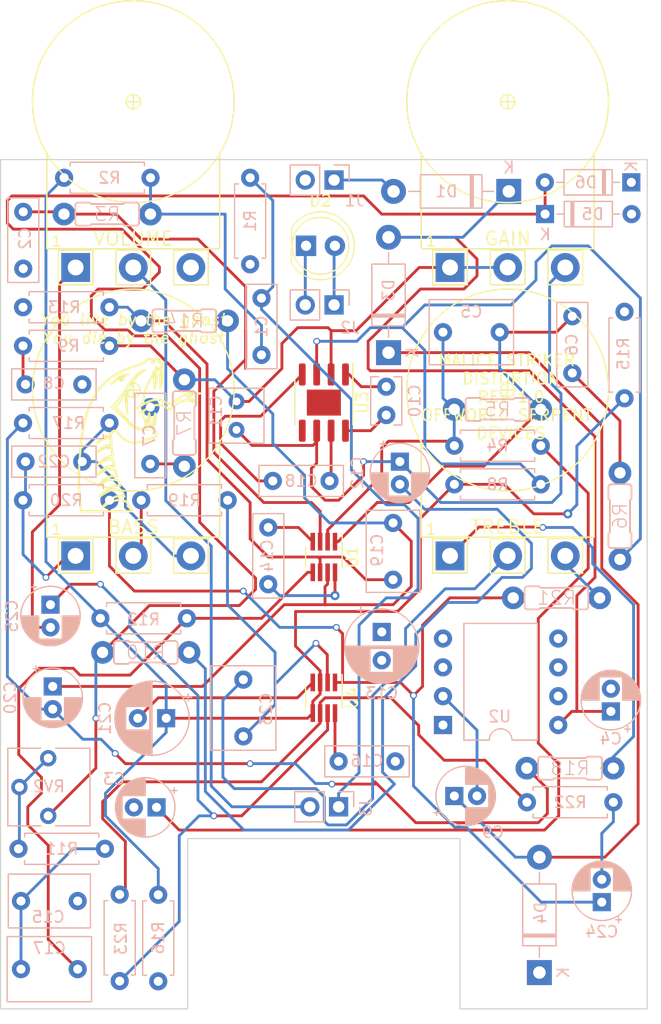
<source format=kicad_pcb>
(kicad_pcb (version 20171130) (host pcbnew "(5.1.10)-1")
  (layers (0 F.Cu signal) (1 In1.Cu power) (2 In2.Cu power) (31 B.Cu signal) (34 B.Paste user) (35 F.Paste user) (36 B.SilkS user) (37 F.SilkS user) (38 B.Mask user) (39 F.Mask user) (44 Edge.Cuts user))
  (net 0 "")
  (net 1 "Net-(BASS1-Pad3)")
  (net 2 "Net-(BASS1-Pad2)")
  (net 3 "Net-(BASS1-Pad1)")
  (net 4 "Net-(C1-Pad1)")
  (net 5 "Net-(C3-Pad1)")
  (net 6 "Net-(C5-Pad2)")
  (net 7 "Net-(C6-Pad1)")
  (net 8 "Net-(C10-Pad2)")
  (net 9 "Net-(C10-Pad1)")
  (net 10 "Net-(C11-Pad2)")
  (net 11 "Net-(C11-Pad1)")
  (net 12 OUTPUT)
  (net 13 INPUT)
  (net 14 LED-AN)
  (net 15 LED-CAT)
  (net 16 OP07V+)
  (net 17 "Net-(C2-Pad1)")
  (net 18 "Net-(C4-Pad1)")
  (net 19 "Net-(C5-Pad1)")
  (net 20 "Net-(C7-Pad1)")
  (net 21 "Net-(C8-Pad1)")
  (net 22 "Net-(C9-Pad2)")
  (net 23 "Net-(C9-Pad1)")
  (net 24 "Net-(C12-Pad2)")
  (net 25 "Net-(C15-Pad1)")
  (net 26 "Net-(C17-Pad1)")
  (net 27 "Net-(C19-Pad2)")
  (net 28 "Net-(C19-Pad1)")
  (net 29 "Net-(C20-Pad2)")
  (net 30 VREF)
  (net 31 "Net-(C23-Pad2)")
  (net 32 "Net-(C23-Pad1)")
  (net 33 "Net-(C24-Pad2)")
  (net 34 "Net-(C24-Pad1)")
  (net 35 "Net-(C25-Pad2)")
  (net 36 "Net-(C25-Pad1)")
  (net 37 9V)
  (net 38 "Net-(D5-Pad1)")
  (net 39 "Net-(R6-Pad1)")
  (net 40 "Net-(R11-Pad2)")
  (net 41 "Net-(R18-Pad2)")
  (net 42 "Net-(R21-Pad1)")
  (net 43 "Net-(R22-Pad1)")
  (net 44 "Net-(U2-Pad4)")
  (net 45 "Net-(U2-Pad7)")
  (net 46 "Net-(U2-Pad6)")
  (net 47 "Net-(U2-Pad1)")
  (net 48 "Net-(U3-Pad5)")
  (net 49 Earth)
  (module Connector_PinSocket_2.54mm:PinSocket_1x02_P2.54mm_Vertical (layer B.Cu) (at 47.8 91.2 90)
    (fp_text reference J3 (at 0 2.4 90) (layer B.SilkS) (effects (justify mirror)))
    (fp_text value Conn_01x02_Female)
    (pad 1 thru_hole rect (at 0 0 90) (size 1.7 1.7) (drill 1) (layers *.Cu *.Mask) (net 13 INPUT))
    (pad 2 thru_hole oval (at 0 -2.54 90) (size 1.7 1.7) (drill 1) (layers *.Cu *.Mask) (net 12 OUTPUT))
  )
  (module Connector_PinSocket_2.54mm:PinSocket_1x02_P2.54mm_Vertical (layer B.Cu) (at 47.4 47 90)
    (fp_text reference J2 (at -2 1.4) (layer B.SilkS) (effects (justify mirror)))
    (fp_text value Conn_01x02_Female)
    (pad 1 thru_hole rect (at 0 0 90) (size 1.7 1.7) (drill 1) (layers *.Cu *.Mask) (net 14 LED-AN))
    (pad 2 thru_hole oval (at 0 -2.54 90) (size 1.7 1.7) (drill 1) (layers *.Cu *.Mask) (net 15 LED-CAT))
  )
  (module Connector_PinSocket_2.54mm:PinSocket_1x02_P2.54mm_Vertical (layer B.Cu) (at 47.4 36 90)
    (fp_text reference J1 (at -1.8 1.8 180) (layer B.SilkS) (effects (justify mirror)))
    (fp_text value Conn_01x02_Female)
    (pad 1 thru_hole rect (at 0 0 90) (size 1.7 1.7) (drill 1) (layers *.Cu *.Mask) (net 37 9V))
    (pad 2 thru_hole oval (at 0 -2.54 90) (size 1.7 1.7) (drill 1) (layers *.Cu *.Mask) (net 49 Earth))
  )
  (module clholm-kicad-lib:16MM_T.MOUNT (layer F.Cu) (at 29.7 43.7)
    (fp_text reference VOLUME (at 0 -2.54 180) (layer F.SilkS) (effects (font (size 1.2065 1.2065) (thickness 0.1524))))
    (fp_text value 100k-A)
    (fp_text user 1 (at -6.223 -1.778 180) (layer F.SilkS) (effects (font (size 0.9652 0.9652) (thickness 0.12192)) (justify right bottom)))
    (pad 3 thru_hole circle (at 5.08 0 180) (size 2.54 2.54) (drill 1.4) (layers *.Cu *.Mask) (net 49 Earth))
    (pad 2 thru_hole circle (at 0 0 180) (size 2.54 2.54) (drill 1.4) (layers *.Cu *.Mask) (net 12 OUTPUT))
    (pad 1 thru_hole rect (at -5.08 0 180) (size 2.54 2.54) (drill 1.4) (layers *.Cu *.Mask) (net 35 "Net-(C25-Pad2)"))
  )
  (module Package_TO_SOT_SMD:SOT-23-8_Handsoldering (layer F.Cu) (at 46.5 81.6 270)
    (fp_text reference U4 (at 0 -2.5 90) (layer F.SilkS))
    (fp_text value TL072)
    (pad 1 smd rect (at -1.35 -0.98 270) (size 1.56 0.4) (layers F.Cu F.Paste F.Mask) (net 34 "Net-(C24-Pad1)"))
    (pad 2 smd rect (at -1.35 -0.33 270) (size 1.56 0.4) (layers F.Cu F.Paste F.Mask) (net 32 "Net-(C23-Pad1)"))
    (pad 3 smd rect (at -1.35 0.33 270) (size 1.56 0.4) (layers F.Cu F.Paste F.Mask) (net 30 VREF))
    (pad 4 smd rect (at -1.35 0.98 270) (size 1.56 0.4) (layers F.Cu F.Paste F.Mask) (net 49 Earth))
    (pad 5 smd rect (at 1.35 0.98 270) (size 1.56 0.4) (layers F.Cu F.Paste F.Mask) (net 30 VREF))
    (pad 6 smd rect (at 1.35 0.33 270) (size 1.56 0.4) (layers F.Cu F.Paste F.Mask) (net 43 "Net-(R22-Pad1)"))
    (pad 7 smd rect (at 1.35 -0.33 270) (size 1.56 0.4) (layers F.Cu F.Paste F.Mask) (net 36 "Net-(C25-Pad1)"))
    (pad 8 smd rect (at 1.35 -0.98 270) (size 1.56 0.4) (layers F.Cu F.Paste F.Mask) (net 16 OP07V+))
  )
  (module Package_SO:SOIC-8-1EP_3.9x4.9mm_P1.27mm_EP2.29x3mm (layer F.Cu) (at 46.5 55.6 270)
    (fp_text reference U3 (at 0 -3.4 90) (layer F.SilkS))
    (fp_text value OP07)
    (pad 9 smd rect (at 0 0 270) (size 2.29 3) (layers F.Cu F.Mask))
    (pad 8 smd roundrect (at 2.475 -1.905 270) (size 1.95 0.6) (layers F.Cu F.Paste F.Mask) (net 9 "Net-(C10-Pad1)"))
    (pad 7 smd roundrect (at 2.475 -0.635 270) (size 1.95 0.6) (layers F.Cu F.Paste F.Mask) (net 16 OP07V+))
    (pad 6 smd roundrect (at 2.475 0.635 270) (size 1.95 0.6) (layers F.Cu F.Paste F.Mask) (net 11 "Net-(C11-Pad1)"))
    (pad 5 smd roundrect (at 2.475 1.905 270) (size 1.95 0.6) (layers F.Cu F.Paste F.Mask) (net 48 "Net-(U3-Pad5)"))
    (pad 4 smd roundrect (at -2.475 1.905 270) (size 1.95 0.6) (layers F.Cu F.Paste F.Mask) (net 49 Earth))
    (pad 3 smd roundrect (at -2.475 0.635 270) (size 1.95 0.6) (layers F.Cu F.Paste F.Mask) (net 39 "Net-(R6-Pad1)"))
    (pad 2 smd roundrect (at -2.475 -0.635 270) (size 1.95 0.6) (layers F.Cu F.Paste F.Mask) (net 10 "Net-(C11-Pad2)"))
    (pad 1 smd roundrect (at -2.475 -1.905 270) (size 1.95 0.6) (layers F.Cu F.Paste F.Mask) (net 8 "Net-(C10-Pad2)"))
  )
  (module Package_DIP:DIP-8_W10.16mm (layer B.Cu) (at 57 84)
    (fp_text reference U2 (at 5 -0.75) (layer B.SilkS) (effects (justify mirror)))
    (fp_text value LT1054)
    (pad 1 thru_hole rect (at 0 0) (size 1.6 1.6) (drill 0.8) (layers *.Cu *.Mask) (net 47 "Net-(U2-Pad1)"))
    (pad 5 thru_hole oval (at 10.16 -7.62) (size 1.6 1.6) (drill 0.8) (layers *.Cu *.Mask) (net 49 Earth))
    (pad 2 thru_hole oval (at 0 -2.54) (size 1.6 1.6) (drill 0.8) (layers *.Cu *.Mask) (net 22 "Net-(C9-Pad2)"))
    (pad 6 thru_hole oval (at 10.16 -5.08) (size 1.6 1.6) (drill 0.8) (layers *.Cu *.Mask) (net 46 "Net-(U2-Pad6)"))
    (pad 3 thru_hole oval (at 0 -5.08) (size 1.6 1.6) (drill 0.8) (layers *.Cu *.Mask) (net 49 Earth))
    (pad 7 thru_hole oval (at 10.16 -2.54) (size 1.6 1.6) (drill 0.8) (layers *.Cu *.Mask) (net 45 "Net-(U2-Pad7)"))
    (pad 4 thru_hole oval (at 0 -7.62) (size 1.6 1.6) (drill 0.8) (layers *.Cu *.Mask) (net 44 "Net-(U2-Pad4)"))
    (pad 8 thru_hole oval (at 10.16 0) (size 1.6 1.6) (drill 0.8) (layers *.Cu *.Mask) (net 18 "Net-(C4-Pad1)"))
  )
  (module Package_TO_SOT_SMD:SOT-23-8_Handsoldering (layer F.Cu) (at 46.5 69.2 270)
    (fp_text reference U1 (at 0 -2.5 90) (layer F.SilkS))
    (fp_text value TL072)
    (pad 1 smd rect (at -1.35 -0.98 270) (size 1.56 0.4) (layers F.Cu F.Paste F.Mask) (net 19 "Net-(C5-Pad1)"))
    (pad 2 smd rect (at -1.35 -0.33 270) (size 1.56 0.4) (layers F.Cu F.Paste F.Mask) (net 6 "Net-(C5-Pad2)"))
    (pad 3 smd rect (at -1.35 0.33 270) (size 1.56 0.4) (layers F.Cu F.Paste F.Mask) (net 17 "Net-(C2-Pad1)"))
    (pad 4 smd rect (at -1.35 0.98 270) (size 1.56 0.4) (layers F.Cu F.Paste F.Mask) (net 49 Earth))
    (pad 5 smd rect (at 1.35 0.98 270) (size 1.56 0.4) (layers F.Cu F.Paste F.Mask) (net 26 "Net-(C17-Pad1)"))
    (pad 6 smd rect (at 1.35 0.33 270) (size 1.56 0.4) (layers F.Cu F.Paste F.Mask) (net 27 "Net-(C19-Pad2)"))
    (pad 7 smd rect (at 1.35 -0.33 270) (size 1.56 0.4) (layers F.Cu F.Paste F.Mask) (net 28 "Net-(C19-Pad1)"))
    (pad 8 smd rect (at 1.35 -0.98 270) (size 1.56 0.4) (layers F.Cu F.Paste F.Mask) (net 16 OP07V+))
  )
  (module clholm-kicad-lib:16MM_T.MOUNT (layer F.Cu) (at 62.7 69.1)
    (fp_text reference TREBLE (at 0 -2.54 180) (layer F.SilkS) (effects (font (size 1.2065 1.2065) (thickness 0.1524))))
    (fp_text value 100k-A)
    (fp_text user 1 (at -6.223 -1.778 180) (layer F.SilkS) (effects (font (size 0.9652 0.9652) (thickness 0.12192)) (justify right bottom)))
    (pad 1 thru_hole rect (at -5.08 0 180) (size 2.54 2.54) (drill 1.4) (layers *.Cu *.Mask) (net 41 "Net-(R18-Pad2)"))
    (pad 2 thru_hole circle (at 0 0 180) (size 2.54 2.54) (drill 1.4) (layers *.Cu *.Mask) (net 31 "Net-(C23-Pad2)"))
    (pad 3 thru_hole circle (at 5.08 0 180) (size 2.54 2.54) (drill 1.4) (layers *.Cu *.Mask) (net 42 "Net-(R21-Pad1)"))
  )
  (module Potentiometer_THT:Potentiometer_Vishay_T73YP_Vertical (layer B.Cu) (at 22.2 92 180)
    (fp_text reference RV2 (at -0.06 2.6) (layer B.SilkS) (effects (justify mirror)))
    (fp_text value 100k-TRIM)
    (pad 1 thru_hole circle (at 0 0 180) (size 1.44 1.44) (drill 0.8) (layers *.Cu *.Mask) (net 38 "Net-(D5-Pad1)"))
    (pad 2 thru_hole circle (at 2.54 2.54 180) (size 1.44 1.44) (drill 0.8) (layers *.Cu *.Mask) (net 40 "Net-(R11-Pad2)"))
    (pad 3 thru_hole circle (at 0 5.08 180) (size 1.44 1.44) (drill 0.8) (layers *.Cu *.Mask) (net 40 "Net-(R11-Pad2)"))
  )
  (module Resistor_THT:R_Axial_DIN0207_L6.3mm_D2.5mm_P7.62mm_Horizontal (layer B.Cu) (at 28.5 106.55 90)
    (fp_text reference R23 (at 3.75 0.1 90) (layer B.SilkS) (effects (justify mirror)))
    (fp_text value 100k)
    (pad 1 thru_hole circle (at 0 0 90) (size 1.6 1.6) (drill 0.8) (layers *.Cu *.Mask) (net 36 "Net-(C25-Pad1)"))
    (pad 2 thru_hole oval (at 7.62 0 90) (size 1.6 1.6) (drill 0.8) (layers *.Cu *.Mask) (net 43 "Net-(R22-Pad1)"))
  )
  (module Resistor_THT:R_Axial_DIN0207_L6.3mm_D2.5mm_P7.62mm_Horizontal (layer B.Cu) (at 64.4 90.8)
    (fp_text reference R22 (at 3.81 0) (layer B.SilkS) (effects (justify mirror)))
    (fp_text value 100k)
    (pad 2 thru_hole oval (at 7.62 0) (size 1.6 1.6) (drill 0.8) (layers *.Cu *.Mask) (net 33 "Net-(C24-Pad2)"))
    (pad 1 thru_hole circle (at 0 0) (size 1.6 1.6) (drill 0.8) (layers *.Cu *.Mask) (net 43 "Net-(R22-Pad1)"))
  )
  (module clholm-kicad-lib:0.3_resistor (layer B.Cu) (at 67 72.8 180)
    (fp_text reference R21 (at 0 0 180) (layer B.SilkS) (effects (font (size 1.2065 1.2065) (thickness 0.1016)) (justify mirror)))
    (fp_text value 10k)
    (pad 1 thru_hole circle (at -3.81 0 180) (size 2 2) (drill 1) (layers *.Cu *.Mask) (net 42 "Net-(R21-Pad1)"))
    (pad 2 thru_hole circle (at 3.81 0 180) (size 2 2) (drill 1) (layers *.Cu *.Mask) (net 34 "Net-(C24-Pad1)"))
  )
  (module Resistor_THT:R_Axial_DIN0207_L6.3mm_D2.5mm_P7.62mm_Horizontal (layer B.Cu) (at 27.6 64.2 180)
    (fp_text reference R20 (at 3.81 0) (layer B.SilkS) (effects (justify mirror)))
    (fp_text value 22k)
    (pad 1 thru_hole circle (at 0 0 180) (size 1.6 1.6) (drill 0.8) (layers *.Cu *.Mask) (net 34 "Net-(C24-Pad1)"))
    (pad 2 thru_hole oval (at 7.62 0 180) (size 1.6 1.6) (drill 0.8) (layers *.Cu *.Mask) (net 3 "Net-(BASS1-Pad1)"))
  )
  (module Resistor_THT:R_Axial_DIN0207_L6.3mm_D2.5mm_P7.62mm_Horizontal (layer B.Cu) (at 30.4 64.2)
    (fp_text reference R19 (at 3.81 0) (layer B.SilkS) (effects (justify mirror)))
    (fp_text value 22k)
    (pad 2 thru_hole oval (at 7.62 0) (size 1.6 1.6) (drill 0.8) (layers *.Cu *.Mask) (net 32 "Net-(C23-Pad1)"))
    (pad 1 thru_hole circle (at 0 0) (size 1.6 1.6) (drill 0.8) (layers *.Cu *.Mask) (net 2 "Net-(BASS1-Pad2)"))
  )
  (module clholm-kicad-lib:0.3_resistor (layer B.Cu) (at 68.2 87.8)
    (fp_text reference R18 (at 0 0 -180) (layer B.SilkS) (effects (font (size 1.2065 1.2065) (thickness 0.1016)) (justify mirror)))
    (fp_text value 10k)
    (pad 1 thru_hole circle (at -3.81 0) (size 2 2) (drill 1) (layers *.Cu *.Mask) (net 29 "Net-(C20-Pad2)"))
    (pad 2 thru_hole circle (at 3.81 0) (size 2 2) (drill 1) (layers *.Cu *.Mask) (net 41 "Net-(R18-Pad2)"))
  )
  (module Resistor_THT:R_Axial_DIN0207_L6.3mm_D2.5mm_P7.62mm_Horizontal (layer B.Cu) (at 27.6 57.4 180)
    (fp_text reference R17 (at 3.6 0) (layer B.SilkS) (effects (justify mirror)))
    (fp_text value 22k)
    (pad 2 thru_hole oval (at 7.62 0 180) (size 1.6 1.6) (drill 0.8) (layers *.Cu *.Mask) (net 29 "Net-(C20-Pad2)"))
    (pad 1 thru_hole circle (at 0 0 180) (size 1.6 1.6) (drill 0.8) (layers *.Cu *.Mask) (net 1 "Net-(BASS1-Pad3)"))
  )
  (module Resistor_THT:R_Axial_DIN0207_L6.3mm_D2.5mm_P7.62mm_Horizontal (layer B.Cu) (at 31.9 98.95 270)
    (fp_text reference R16 (at 3.8 0 90) (layer B.SilkS) (effects (justify mirror)))
    (fp_text value 100k)
    (pad 1 thru_hole circle (at 0 0 270) (size 1.6 1.6) (drill 0.8) (layers *.Cu *.Mask) (net 30 VREF))
    (pad 2 thru_hole oval (at 7.62 0 270) (size 1.6 1.6) (drill 0.8) (layers *.Cu *.Mask) (net 49 Earth))
  )
  (module Resistor_THT:R_Axial_DIN0207_L6.3mm_D2.5mm_P7.62mm_Horizontal (layer B.Cu) (at 73 47.6 270)
    (fp_text reference R15 (at 3.7 0.1 90) (layer B.SilkS) (effects (justify mirror)))
    (fp_text value 100k)
    (pad 2 thru_hole oval (at 7.62 0 270) (size 1.6 1.6) (drill 0.8) (layers *.Cu *.Mask) (net 30 VREF))
    (pad 1 thru_hole circle (at 0 0 270) (size 1.6 1.6) (drill 0.8) (layers *.Cu *.Mask) (net 16 OP07V+))
  )
  (module clholm-kicad-lib:0.3_resistor (layer B.Cu) (at 34.2 48.4 180)
    (fp_text reference R14 (at 0 0 180) (layer B.SilkS) (effects (font (size 1.2065 1.2065) (thickness 0.1016)) (justify mirror)))
    (fp_text value 10k)
    (pad 1 thru_hole circle (at -3.81 0 180) (size 2 2) (drill 1) (layers *.Cu *.Mask) (net 28 "Net-(C19-Pad1)"))
    (pad 2 thru_hole circle (at 3.81 0 180) (size 2 2) (drill 1) (layers *.Cu *.Mask) (net 27 "Net-(C19-Pad2)"))
  )
  (module Resistor_THT:R_Axial_DIN0207_L6.3mm_D2.5mm_P7.62mm_Horizontal (layer B.Cu) (at 27.6 47.2 180)
    (fp_text reference R13 (at 4 0) (layer B.SilkS) (effects (justify mirror)))
    (fp_text value 2.2M)
    (pad 2 thru_hole oval (at 7.62 0 180) (size 1.6 1.6) (drill 0.8) (layers *.Cu *.Mask) (net 49 Earth))
    (pad 1 thru_hole circle (at 0 0 180) (size 1.6 1.6) (drill 0.8) (layers *.Cu *.Mask) (net 27 "Net-(C19-Pad2)"))
  )
  (module Resistor_THT:R_Axial_DIN0207_L6.3mm_D2.5mm_P7.62mm_Horizontal (layer B.Cu) (at 26.8 74.6)
    (fp_text reference R12 (at 3.81 0.1) (layer B.SilkS) (effects (justify mirror)))
    (fp_text value 2.2M)
    (pad 1 thru_hole circle (at 0 0) (size 1.6 1.6) (drill 0.8) (layers *.Cu *.Mask) (net 30 VREF))
    (pad 2 thru_hole oval (at 7.62 0) (size 1.6 1.6) (drill 0.8) (layers *.Cu *.Mask) (net 26 "Net-(C17-Pad1)"))
  )
  (module Resistor_THT:R_Axial_DIN0207_L6.3mm_D2.5mm_P7.62mm_Horizontal (layer B.Cu) (at 27.2 94.9 180)
    (fp_text reference R11 (at 3.8 0) (layer B.SilkS) (effects (justify mirror)))
    (fp_text value 1.5k)
    (pad 2 thru_hole oval (at 7.62 0 180) (size 1.6 1.6) (drill 0.8) (layers *.Cu *.Mask) (net 40 "Net-(R11-Pad2)"))
    (pad 1 thru_hole circle (at 0 0 180) (size 1.6 1.6) (drill 0.8) (layers *.Cu *.Mask) (net 25 "Net-(C15-Pad1)"))
  )
  (module clholm-kicad-lib:0.3_resistor (layer B.Cu) (at 30.8 77.6)
    (fp_text reference R10 (at 0 0 180) (layer B.SilkS) (effects (font (size 1.2065 1.2065) (thickness 0.1016)) (justify mirror)))
    (fp_text value 1k)
    (pad 1 thru_hole circle (at -3.81 0) (size 2 2) (drill 1) (layers *.Cu *.Mask) (net 38 "Net-(D5-Pad1)"))
    (pad 2 thru_hole circle (at 3.81 0) (size 2 2) (drill 1) (layers *.Cu *.Mask) (net 24 "Net-(C12-Pad2)"))
  )
  (module Resistor_THT:R_Axial_DIN0207_L6.3mm_D2.5mm_P7.62mm_Horizontal (layer B.Cu) (at 27.6 50.6 180)
    (fp_text reference R9 (at 3.6 0 180) (layer B.SilkS) (effects (justify mirror)))
    (fp_text value 56k)
    (pad 2 thru_hole oval (at 7.62 0 180) (size 1.6 1.6) (drill 0.8) (layers *.Cu *.Mask) (net 21 "Net-(C8-Pad1)"))
    (pad 1 thru_hole circle (at 0 0 180) (size 1.6 1.6) (drill 0.8) (layers *.Cu *.Mask) (net 10 "Net-(C11-Pad2)"))
  )
  (module Resistor_THT:R_Axial_DIN0207_L6.3mm_D2.5mm_P7.62mm_Horizontal (layer B.Cu) (at 58 62.8)
    (fp_text reference R8 (at 3.81 0) (layer B.SilkS) (effects (justify mirror)))
    (fp_text value 2.2M)
    (pad 2 thru_hole oval (at 7.62 0) (size 1.6 1.6) (drill 0.8) (layers *.Cu *.Mask) (net 39 "Net-(R6-Pad1)"))
    (pad 1 thru_hole circle (at 0 0) (size 1.6 1.6) (drill 0.8) (layers *.Cu *.Mask) (net 30 VREF))
  )
  (module clholm-kicad-lib:0.3_resistor (layer B.Cu) (at 34.2 57.4 270)
    (fp_text reference R7 (at 0 0 270) (layer B.SilkS) (effects (font (size 1.2065 1.2065) (thickness 0.1016)) (justify mirror)))
    (fp_text value 4.7k)
    (pad 1 thru_hole circle (at -3.81 0 270) (size 2 2) (drill 1) (layers *.Cu *.Mask) (net 10 "Net-(C11-Pad2)"))
    (pad 2 thru_hole circle (at 3.81 0 270) (size 2 2) (drill 1) (layers *.Cu *.Mask) (net 20 "Net-(C7-Pad1)"))
  )
  (module clholm-kicad-lib:0.3_resistor (layer B.Cu) (at 72.6 65.6 90)
    (fp_text reference R6 (at 0 0 -90) (layer B.SilkS) (effects (font (size 1.2065 1.2065) (thickness 0.1016)) (justify mirror)))
    (fp_text value 1k)
    (pad 1 thru_hole circle (at -3.81 0 90) (size 2 2) (drill 1) (layers *.Cu *.Mask) (net 39 "Net-(R6-Pad1)"))
    (pad 2 thru_hole circle (at 3.81 0 90) (size 2 2) (drill 1) (layers *.Cu *.Mask) (net 7 "Net-(C6-Pad1)"))
  )
  (module clholm-kicad-lib:0.3_resistor (layer B.Cu) (at 61.8 56.2 180)
    (fp_text reference R5 (at 0 0) (layer B.SilkS) (effects (font (size 1.2065 1.2065) (thickness 0.1016)) (justify mirror)))
    (fp_text value 10k)
    (pad 2 thru_hole circle (at 3.81 0 180) (size 2 2) (drill 1) (layers *.Cu *.Mask) (net 6 "Net-(C5-Pad2)"))
    (pad 1 thru_hole circle (at -3.81 0 180) (size 2 2) (drill 1) (layers *.Cu *.Mask) (net 19 "Net-(C5-Pad1)"))
  )
  (module Resistor_THT:R_Axial_DIN0207_L6.3mm_D2.5mm_P7.62mm_Horizontal (layer B.Cu) (at 58 59.4)
    (fp_text reference R4 (at 3.8 0) (layer B.SilkS) (effects (justify mirror)))
    (fp_text value 2.2k)
    (pad 2 thru_hole oval (at 7.62 0) (size 1.6 1.6) (drill 0.8) (layers *.Cu *.Mask) (net 5 "Net-(C3-Pad1)"))
    (pad 1 thru_hole circle (at 0 0) (size 1.6 1.6) (drill 0.8) (layers *.Cu *.Mask) (net 6 "Net-(C5-Pad2)"))
  )
  (module clholm-kicad-lib:0.3_resistor (layer B.Cu) (at 27.4 39)
    (fp_text reference R3 (at 0 0 -180) (layer B.SilkS) (effects (font (size 1.2065 1.2065) (thickness 0.1016)) (justify mirror)))
    (fp_text value 1k)
    (pad 1 thru_hole circle (at -3.81 0) (size 2 2) (drill 1) (layers *.Cu *.Mask) (net 17 "Net-(C2-Pad1)"))
    (pad 2 thru_hole circle (at 3.81 0) (size 2 2) (drill 1) (layers *.Cu *.Mask) (net 4 "Net-(C1-Pad1)"))
  )
  (module Resistor_THT:R_Axial_DIN0207_L6.3mm_D2.5mm_P7.62mm_Horizontal (layer B.Cu) (at 23.6 35.8)
    (fp_text reference R2 (at 4 0) (layer B.SilkS) (effects (justify mirror)))
    (fp_text value 2.2M)
    (pad 2 thru_hole oval (at 7.62 0) (size 1.6 1.6) (drill 0.8) (layers *.Cu *.Mask) (net 4 "Net-(C1-Pad1)"))
    (pad 1 thru_hole circle (at 0 0) (size 1.6 1.6) (drill 0.8) (layers *.Cu *.Mask) (net 30 VREF))
  )
  (module Resistor_THT:R_Axial_DIN0207_L6.3mm_D2.5mm_P7.62mm_Horizontal (layer B.Cu) (at 40 35.8 270)
    (fp_text reference R1 (at 3.81 0 90) (layer B.SilkS) (effects (justify mirror)))
    (fp_text value 2.2M)
    (pad 1 thru_hole circle (at 0 0 270) (size 1.6 1.6) (drill 0.8) (layers *.Cu *.Mask) (net 13 INPUT))
    (pad 2 thru_hole oval (at 7.62 0 270) (size 1.6 1.6) (drill 0.8) (layers *.Cu *.Mask) (net 49 Earth))
  )
  (module clholm-kicad-lib:16MM_T.MOUNT (layer F.Cu) (at 62.7 43.7)
    (fp_text reference GAIN (at 0 -2.54 180) (layer F.SilkS) (effects (font (size 1.2065 1.2065) (thickness 0.1524))))
    (fp_text value 1M-A hide)
    (fp_text user 1 (at -6.223 -1.778 180) (layer F.SilkS) (effects (font (size 0.9652 0.9652) (thickness 0.12192)) (justify right bottom)))
    (pad 1 thru_hole rect (at -5.08 0 180) (size 2.54 2.54) (drill 1.4) (layers *.Cu *.Mask) (net 10 "Net-(C11-Pad2)"))
    (pad 2 thru_hole circle (at 0 0 180) (size 2.54 2.54) (drill 1.4) (layers *.Cu *.Mask) (net 10 "Net-(C11-Pad2)"))
    (pad 3 thru_hole circle (at 5.08 0 180) (size 2.54 2.54) (drill 1.4) (layers *.Cu *.Mask) (net 11 "Net-(C11-Pad1)"))
  )
  (module Diode_THT:D_DO-35_SOD27_P7.62mm_Horizontal (layer B.Cu) (at 73.6 36.2 180)
    (fp_text reference D6 (at 4 0 180) (layer B.SilkS) (effects (justify mirror)))
    (fp_text value 1N914)
    (fp_text user K (at 0 1.4 90) (layer B.SilkS) (effects (justify mirror)))
    (pad 2 thru_hole oval (at 7.62 0 180) (size 1.6 1.6) (drill 0.8) (layers *.Cu *.Mask) (net 38 "Net-(D5-Pad1)"))
    (pad 1 thru_hole rect (at 0 0 180) (size 1.6 1.6) (drill 0.8) (layers *.Cu *.Mask) (net 49 Earth))
  )
  (module Diode_THT:D_DO-35_SOD27_P7.62mm_Horizontal (layer B.Cu) (at 66 39)
    (fp_text reference D5 (at 4.2 0) (layer B.SilkS) (effects (justify mirror)))
    (fp_text value 1N914)
    (fp_text user K (at 0 1.8) (layer B.SilkS) (effects (justify mirror)))
    (pad 2 thru_hole oval (at 7.62 0) (size 1.6 1.6) (drill 0.8) (layers *.Cu *.Mask) (net 49 Earth))
    (pad 1 thru_hole rect (at 0 0) (size 1.6 1.6) (drill 0.8) (layers *.Cu *.Mask) (net 38 "Net-(D5-Pad1)"))
  )
  (module Diode_THT:D_DO-41_SOD81_P10.16mm_Horizontal (layer B.Cu) (at 65.5 105.8 90)
    (fp_text reference D4 (at 5.25 0.1 90) (layer B.SilkS) (effects (justify mirror)))
    (fp_text value 1N5817)
    (fp_text user K (at 0 2.1 90) (layer B.SilkS) (effects (justify mirror)))
    (pad 1 thru_hole rect (at 0 0 90) (size 2.2 2.2) (drill 1.1) (layers *.Cu *.Mask) (net 16 OP07V+))
    (pad 2 thru_hole oval (at 10.16 0 90) (size 2.2 2.2) (drill 1.1) (layers *.Cu *.Mask) (net 23 "Net-(C9-Pad1)"))
  )
  (module Diode_THT:D_DO-41_SOD81_P10.16mm_Horizontal (layer B.Cu) (at 52.2 51.2 90)
    (fp_text reference D3 (at 5.5 0 90) (layer B.SilkS) (effects (justify mirror)))
    (fp_text value 1N5817)
    (fp_text user K (at 0 2.1 90) (layer B.SilkS) (effects (justify mirror)))
    (pad 1 thru_hole rect (at 0 0 90) (size 2.2 2.2) (drill 1.1) (layers *.Cu *.Mask) (net 23 "Net-(C9-Pad1)"))
    (pad 2 thru_hole oval (at 10.16 0 90) (size 2.2 2.2) (drill 1.1) (layers *.Cu *.Mask) (net 18 "Net-(C4-Pad1)"))
  )
  (module Diode_THT:D_DO-41_SOD81_P10.16mm_Horizontal (layer B.Cu) (at 62.8 37 180)
    (fp_text reference D1 (at 5.5 0) (layer B.SilkS) (effects (justify mirror)))
    (fp_text value 1N5817)
    (fp_text user K (at 0 2.1) (layer B.SilkS) (effects (justify mirror)))
    (pad 1 thru_hole rect (at 0 0 180) (size 2.2 2.2) (drill 1.1) (layers *.Cu *.Mask) (net 18 "Net-(C4-Pad1)"))
    (pad 2 thru_hole oval (at 10.16 0 180) (size 2.2 2.2) (drill 1.1) (layers *.Cu *.Mask) (net 37 9V))
  )
  (module Capacitor_THT:CP_Radial_D5.0mm_P2.00mm (layer B.Cu) (at 22.4 73.4 270)
    (fp_text reference C25 (at 1 3.4 90) (layer B.SilkS) (effects (justify mirror)))
    (fp_text value 4.7uF)
    (pad 2 thru_hole circle (at 2 0 270) (size 1.6 1.6) (drill 0.8) (layers *.Cu *.Mask) (net 35 "Net-(C25-Pad2)"))
    (pad 1 thru_hole rect (at 0 0 270) (size 1.6 1.6) (drill 0.8) (layers *.Cu *.Mask) (net 36 "Net-(C25-Pad1)"))
  )
  (module Capacitor_THT:CP_Radial_D5.0mm_P2.00mm (layer B.Cu) (at 71 99.6 90)
    (fp_text reference C24 (at -2.6 0 180) (layer B.SilkS) (effects (justify mirror)))
    (fp_text value 4.7uF)
    (pad 2 thru_hole circle (at 2 0 90) (size 1.6 1.6) (drill 0.8) (layers *.Cu *.Mask) (net 33 "Net-(C24-Pad2)"))
    (pad 1 thru_hole rect (at 0 0 90) (size 1.6 1.6) (drill 0.8) (layers *.Cu *.Mask) (net 34 "Net-(C24-Pad1)"))
  )
  (module Capacitor_THT:C_Rect_L7.2mm_W5.5mm_P5.00mm_FKS2_FKP2_MKS2_MKP2 (layer B.Cu) (at 39.4 85 90)
    (fp_text reference C23 (at 2.4 2 90) (layer B.SilkS) (effects (justify mirror)))
    (fp_text value 560pF)
    (pad 2 thru_hole circle (at 5 0 90) (size 1.6 1.6) (drill 0.8) (layers *.Cu *.Mask) (net 31 "Net-(C23-Pad2)"))
    (pad 1 thru_hole circle (at 0 0 90) (size 1.6 1.6) (drill 0.8) (layers *.Cu *.Mask) (net 32 "Net-(C23-Pad1)"))
  )
  (module Capacitor_THT:C_Rect_L7.2mm_W2.5mm_P5.00mm_FKS2_FKP2_MKS2_MKP2 (layer B.Cu) (at 20.2 60.8)
    (fp_text reference C22 (at 2.5 0) (layer B.SilkS) (effects (justify mirror)))
    (fp_text value 47nF)
    (pad 1 thru_hole circle (at 0 0) (size 1.6 1.6) (drill 0.8) (layers *.Cu *.Mask) (net 3 "Net-(BASS1-Pad1)"))
    (pad 2 thru_hole circle (at 5 0) (size 1.6 1.6) (drill 0.8) (layers *.Cu *.Mask) (net 1 "Net-(BASS1-Pad3)"))
  )
  (module Capacitor_THT:CP_Radial_D6.3mm_P2.50mm (layer B.Cu) (at 32.6 83.4 180)
    (fp_text reference C21 (at 5.4 0 90) (layer B.SilkS) (effects (justify mirror)))
    (fp_text value 100uF)
    (pad 1 thru_hole rect (at 0 0 180) (size 1.6 1.6) (drill 0.8) (layers *.Cu *.Mask) (net 30 VREF))
    (pad 2 thru_hole circle (at 2.5 0 180) (size 1.6 1.6) (drill 0.8) (layers *.Cu *.Mask) (net 49 Earth))
  )
  (module Capacitor_THT:CP_Radial_D5.0mm_P2.00mm (layer B.Cu) (at 22.6 80.6 270)
    (fp_text reference C20 (at 1 3.75 270) (layer B.SilkS) (effects (justify mirror)))
    (fp_text value 4.7uF)
    (pad 2 thru_hole circle (at 2 0 270) (size 1.6 1.6) (drill 0.8) (layers *.Cu *.Mask) (net 29 "Net-(C20-Pad2)"))
    (pad 1 thru_hole rect (at 0 0 270) (size 1.6 1.6) (drill 0.8) (layers *.Cu *.Mask) (net 28 "Net-(C19-Pad1)"))
  )
  (module Capacitor_THT:C_Rect_L7.0mm_W4.5mm_P5.00mm (layer B.Cu) (at 52.6 66.2 270)
    (fp_text reference C19 (at 2.4 1.4 90) (layer B.SilkS) (effects (justify mirror)))
    (fp_text value 3.3nF)
    (pad 2 thru_hole circle (at 5 0 270) (size 1.6 1.6) (drill 0.8) (layers *.Cu *.Mask) (net 27 "Net-(C19-Pad2)"))
    (pad 1 thru_hole circle (at 0 0 270) (size 1.6 1.6) (drill 0.8) (layers *.Cu *.Mask) (net 28 "Net-(C19-Pad1)"))
  )
  (module Capacitor_THT:C_Rect_L7.2mm_W2.5mm_P5.00mm_FKS2_FKP2_MKS2_MKP2 (layer B.Cu) (at 47 62.5 180)
    (fp_text reference C18 (at 2.5 0) (layer B.SilkS) (effects (justify mirror)))
    (fp_text value 10nF)
    (pad 2 thru_hole circle (at 5 0 180) (size 1.6 1.6) (drill 0.8) (layers *.Cu *.Mask) (net 49 Earth))
    (pad 1 thru_hole circle (at 0 0 180) (size 1.6 1.6) (drill 0.8) (layers *.Cu *.Mask) (net 16 OP07V+))
  )
  (module Capacitor_THT:C_Rect_L7.2mm_W5.5mm_P5.00mm_FKS2_FKP2_MKS2_MKP2 (layer B.Cu) (at 24.8 105.5 180)
    (fp_text reference C17 (at 2.5 1.85 180) (layer B.SilkS) (effects (justify mirror)))
    (fp_text value 22nF)
    (pad 1 thru_hole circle (at 0 0 180) (size 1.6 1.6) (drill 0.8) (layers *.Cu *.Mask) (net 26 "Net-(C17-Pad1)"))
    (pad 2 thru_hole circle (at 5 0 180) (size 1.6 1.6) (drill 0.8) (layers *.Cu *.Mask) (net 25 "Net-(C15-Pad1)"))
  )
  (module Capacitor_THT:C_Rect_L7.2mm_W2.5mm_P5.00mm_FKS2_FKP2_MKS2_MKP2 (layer B.Cu) (at 47.8 87.2)
    (fp_text reference C16 (at 2.5 -0.05) (layer B.SilkS) (effects (justify mirror)))
    (fp_text value 10nF)
    (pad 2 thru_hole circle (at 5 0) (size 1.6 1.6) (drill 0.8) (layers *.Cu *.Mask) (net 49 Earth))
    (pad 1 thru_hole circle (at 0 0) (size 1.6 1.6) (drill 0.8) (layers *.Cu *.Mask) (net 16 OP07V+))
  )
  (module Capacitor_THT:C_Rect_L7.0mm_W4.5mm_P5.00mm (layer B.Cu) (at 19.8 99.5)
    (fp_text reference C15 (at 2.4 1.4) (layer B.SilkS) (effects (justify mirror)))
    (fp_text value 3.3nF)
    (pad 2 thru_hole circle (at 5 0) (size 1.6 1.6) (drill 0.8) (layers *.Cu *.Mask) (net 49 Earth))
    (pad 1 thru_hole circle (at 0 0) (size 1.6 1.6) (drill 0.8) (layers *.Cu *.Mask) (net 25 "Net-(C15-Pad1)"))
  )
  (module Capacitor_THT:C_Rect_L7.2mm_W2.5mm_P5.00mm_FKS2_FKP2_MKS2_MKP2 (layer B.Cu) (at 41.6 71.6 90)
    (fp_text reference C14 (at 2.5 -0.1 90) (layer B.SilkS) (effects (justify mirror)))
    (fp_text value 10nF)
    (pad 2 thru_hole circle (at 5 0 90) (size 1.6 1.6) (drill 0.8) (layers *.Cu *.Mask) (net 49 Earth))
    (pad 1 thru_hole circle (at 0 0 90) (size 1.6 1.6) (drill 0.8) (layers *.Cu *.Mask) (net 16 OP07V+))
  )
  (module Capacitor_THT:CP_Radial_D6.3mm_P2.50mm (layer B.Cu) (at 51.6 75.8 270)
    (fp_text reference C13 (at 5.4 0) (layer B.SilkS) (effects (justify mirror)))
    (fp_text value 100uF)
    (pad 2 thru_hole circle (at 2.5 0 270) (size 1.6 1.6) (drill 0.8) (layers *.Cu *.Mask) (net 49 Earth))
    (pad 1 thru_hole rect (at 0 0 270) (size 1.6 1.6) (drill 0.8) (layers *.Cu *.Mask) (net 16 OP07V+))
  )
  (module Capacitor_THT:CP_Radial_D5.0mm_P2.00mm (layer B.Cu) (at 53.2 60.8 270)
    (fp_text reference C12 (at 1 3.75 90) (layer B.SilkS) (effects (justify mirror)))
    (fp_text value 4.7uF)
    (pad 2 thru_hole circle (at 2 0 270) (size 1.6 1.6) (drill 0.8) (layers *.Cu *.Mask) (net 24 "Net-(C12-Pad2)"))
    (pad 1 thru_hole rect (at 0 0 270) (size 1.6 1.6) (drill 0.8) (layers *.Cu *.Mask) (net 11 "Net-(C11-Pad1)"))
  )
  (module Capacitor_THT:C_Rect_L4.6mm_W4.6mm_P2.50mm_MKS02_FKP02 (layer B.Cu) (at 38.8 58 90)
    (fp_text reference C11 (at 1.6 -1.8 270) (layer B.SilkS) (effects (justify mirror)))
    (fp_text value 100pF)
    (pad 1 thru_hole circle (at 0 0 90) (size 1.4 1.4) (drill 0.7) (layers *.Cu *.Mask) (net 11 "Net-(C11-Pad1)"))
    (pad 2 thru_hole circle (at 2.5 0 90) (size 1.4 1.4) (drill 0.7) (layers *.Cu *.Mask) (net 10 "Net-(C11-Pad2)"))
  )
  (module Capacitor_THT:C_Rect_L4.0mm_W2.5mm_P2.50mm (layer B.Cu) (at 52 56.7 90)
    (fp_text reference C10 (at 1.25 2.5 270) (layer B.SilkS) (effects (justify mirror)))
    (fp_text value 30pF)
    (pad 2 thru_hole circle (at 2.5 0 90) (size 1.6 1.6) (drill 0.8) (layers *.Cu *.Mask) (net 8 "Net-(C10-Pad2)"))
    (pad 1 thru_hole circle (at 0 0 90) (size 1.6 1.6) (drill 0.8) (layers *.Cu *.Mask) (net 9 "Net-(C10-Pad1)"))
  )
  (module Capacitor_THT:CP_Radial_D5.0mm_P2.00mm (layer B.Cu) (at 58 90.25)
    (fp_text reference C9 (at 3.4 3.2) (layer B.SilkS) (effects (justify mirror)))
    (fp_text value 10uF)
    (pad 2 thru_hole circle (at 2 0) (size 1.6 1.6) (drill 0.8) (layers *.Cu *.Mask) (net 22 "Net-(C9-Pad2)"))
    (pad 1 thru_hole rect (at 0 0) (size 1.6 1.6) (drill 0.8) (layers *.Cu *.Mask) (net 23 "Net-(C9-Pad1)"))
  )
  (module Capacitor_THT:C_Rect_L7.2mm_W2.5mm_P5.00mm_FKS2_FKP2_MKS2_MKP2 (layer B.Cu) (at 20.2 54)
    (fp_text reference C8 (at 2.5 -0.1) (layer B.SilkS) (effects (justify mirror)))
    (fp_text value 47nF)
    (pad 2 thru_hole circle (at 5 0) (size 1.6 1.6) (drill 0.8) (layers *.Cu *.Mask) (net 49 Earth))
    (pad 1 thru_hole circle (at 0 0) (size 1.6 1.6) (drill 0.8) (layers *.Cu *.Mask) (net 21 "Net-(C8-Pad1)"))
  )
  (module Capacitor_THT:C_Rect_L7.2mm_W2.5mm_P5.00mm_FKS2_FKP2_MKS2_MKP2 (layer B.Cu) (at 31.2 61 90)
    (fp_text reference C7 (at 2.5 -0.1 90) (layer B.SilkS) (effects (justify mirror)))
    (fp_text value 22nF)
    (pad 2 thru_hole circle (at 5 0 90) (size 1.6 1.6) (drill 0.8) (layers *.Cu *.Mask) (net 49 Earth))
    (pad 1 thru_hole circle (at 0 0 90) (size 1.6 1.6) (drill 0.8) (layers *.Cu *.Mask) (net 20 "Net-(C7-Pad1)"))
  )
  (module Capacitor_THT:C_Rect_L7.2mm_W2.5mm_P5.00mm_FKS2_FKP2_MKS2_MKP2 (layer B.Cu) (at 68.4 53 90)
    (fp_text reference C6 (at 2.5 -0.05 270) (layer B.SilkS) (effects (justify mirror)))
    (fp_text value 22nF)
    (pad 2 thru_hole circle (at 5 0 90) (size 1.6 1.6) (drill 0.8) (layers *.Cu *.Mask) (net 19 "Net-(C5-Pad1)"))
    (pad 1 thru_hole circle (at 0 0 90) (size 1.6 1.6) (drill 0.8) (layers *.Cu *.Mask) (net 7 "Net-(C6-Pad1)"))
  )
  (module Capacitor_THT:C_Rect_L7.2mm_W5.5mm_P5.00mm_FKS2_FKP2_MKS2_MKP2 (layer B.Cu) (at 62 49.4 180)
    (fp_text reference C5 (at 2.5 1.8) (layer B.SilkS) (effects (justify mirror)))
    (fp_text value 560pF)
    (pad 2 thru_hole circle (at 5 0 180) (size 1.6 1.6) (drill 0.8) (layers *.Cu *.Mask) (net 6 "Net-(C5-Pad2)"))
    (pad 1 thru_hole circle (at 0 0 180) (size 1.6 1.6) (drill 0.8) (layers *.Cu *.Mask) (net 19 "Net-(C5-Pad1)"))
  )
  (module Capacitor_THT:CP_Radial_D5.0mm_P2.00mm (layer B.Cu) (at 71.8 82.8 90)
    (fp_text reference C4 (at -2.4 0 180) (layer B.SilkS) (effects (justify mirror)))
    (fp_text value 2.2uF)
    (pad 2 thru_hole circle (at 2 0 90) (size 1.6 1.6) (drill 0.8) (layers *.Cu *.Mask) (net 49 Earth))
    (pad 1 thru_hole rect (at 0 0 90) (size 1.6 1.6) (drill 0.8) (layers *.Cu *.Mask) (net 18 "Net-(C4-Pad1)"))
  )
  (module Capacitor_THT:CP_Radial_D5.0mm_P2.00mm (layer B.Cu) (at 31.75 91.25 180)
    (fp_text reference C3 (at 3.75 2.5) (layer B.SilkS) (effects (justify mirror)))
    (fp_text value 4.7uF)
    (pad 2 thru_hole circle (at 2 0 180) (size 1.6 1.6) (drill 0.8) (layers *.Cu *.Mask) (net 49 Earth))
    (pad 1 thru_hole rect (at 0 0 180) (size 1.6 1.6) (drill 0.8) (layers *.Cu *.Mask) (net 5 "Net-(C3-Pad1)"))
  )
  (module Capacitor_THT:C_Rect_L7.2mm_W2.5mm_P5.00mm_FKS2_FKP2_MKS2_MKP2 (layer B.Cu) (at 20 38.8 270)
    (fp_text reference C2 (at 2.35 -0.15 90) (layer B.SilkS) (effects (justify mirror)))
    (fp_text value 4.7nF)
    (pad 2 thru_hole circle (at 5 0 270) (size 1.6 1.6) (drill 0.8) (layers *.Cu *.Mask) (net 49 Earth))
    (pad 1 thru_hole circle (at 0 0 270) (size 1.6 1.6) (drill 0.8) (layers *.Cu *.Mask) (net 17 "Net-(C2-Pad1)"))
  )
  (module Capacitor_THT:C_Rect_L7.2mm_W2.5mm_P5.00mm_FKS2_FKP2_MKS2_MKP2 (layer B.Cu) (at 41 51.4 90)
    (fp_text reference C1 (at 2.5 0 90) (layer B.SilkS) (effects (justify mirror)))
    (fp_text value 10nF)
    (pad 2 thru_hole circle (at 5 0 90) (size 1.6 1.6) (drill 0.8) (layers *.Cu *.Mask) (net 13 INPUT))
    (pad 1 thru_hole circle (at 0 0 90) (size 1.6 1.6) (drill 0.8) (layers *.Cu *.Mask) (net 4 "Net-(C1-Pad1)"))
  )
  (module clholm-kicad-lib:16MM_T.MOUNT (layer F.Cu) (at 29.7 69.1)
    (fp_text reference BASS (at 0 -2.54 180) (layer F.SilkS) (effects (font (size 1.2065 1.2065) (thickness 0.1524))))
    (fp_text value 100k-A)
    (fp_text user 1 (at -6.223 -1.778 180) (layer F.SilkS) (effects (font (size 0.9652 0.9652) (thickness 0.12192)) (justify right bottom)))
    (pad 1 thru_hole rect (at -5.08 0 180) (size 2.54 2.54) (drill 1.4) (layers *.Cu *.Mask) (net 3 "Net-(BASS1-Pad1)"))
    (pad 2 thru_hole circle (at 0 0 180) (size 2.54 2.54) (drill 1.4) (layers *.Cu *.Mask) (net 2 "Net-(BASS1-Pad2)"))
    (pad 3 thru_hole circle (at 5.08 0 180) (size 2.54 2.54) (drill 1.4) (layers *.Cu *.Mask) (net 1 "Net-(BASS1-Pad3)"))
  )
  (module LED_THT:LED_D5.0mm (layer F.Cu) (at 44.93 41.79)
    (fp_text reference D2 (at 1.27 -3.96) (layer F.SilkS))
    (fp_text value LED)
    (pad 2 thru_hole circle (at 2.54 0) (size 1.8 1.8) (drill 0.9) (layers *.Cu *.Mask) (net 14 LED-AN))
    (pad 1 thru_hole rect (at 0 0) (size 1.8 1.8) (drill 0.9) (layers *.Cu *.Mask) (net 15 LED-CAT))
  )
  (gr_line (start 58.5 94) (end 34.5 94) (layer Edge.Cuts) (width 0.1))
  (gr_line (start 58.5 109) (end 58.5 94) (layer Edge.Cuts) (width 0.1))
  (gr_line (start 75 109) (end 58.5 109) (layer Edge.Cuts) (width 0.1))
  (gr_line (start 34.5 109) (end 34.5 94) (layer Edge.Cuts) (width 0.1))
  (gr_line (start 18 109) (end 34.5 109) (layer Edge.Cuts) (width 0.1))
  (gr_line (start 31.980823 52.107396) (end 32.024109 52.126146) (layer F.SilkS) (width 0.15))
  (gr_line (start 28.933453 53.263942) (end 28.811097 53.605359) (layer F.SilkS) (width 0.15))
  (gr_line (start 28.933453 53.263942) (end 28.644415 53.382702) (layer F.SilkS) (width 0.15))
  (gr_line (start 29.001826 53.180114) (end 29.239684 53.120024) (layer F.SilkS) (width 0.15))
  (gr_curve (pts (xy 28.768341 53.444935) (xy 28.762494 53.454483) (xy 28.754493 53.462939) (xy 28.744806 53.468904)) (layer F.SilkS) (width 0.0036))
  (gr_curve (pts (xy 28.782633 53.40988) (xy 28.778781 53.422027) (xy 28.77493 53.434175) (xy 28.768341 53.444935)) (layer F.SilkS) (width 0.0036))
  (gr_curve (pts (xy 28.784242 53.421333) (xy 28.783794 53.417504) (xy 28.783213 53.413692) (xy 28.782633 53.40988)) (layer F.SilkS) (width 0.0036))
  (gr_curve (pts (xy 28.609719 53.580981) (xy 28.626592 53.593961) (xy 28.647653 53.602478) (xy 28.668714 53.602475)) (layer F.SilkS) (width 0.0036))
  (gr_curve (pts (xy 28.727685 53.580981) (xy 28.746586 53.566439) (xy 28.760229 53.546296) (xy 28.769615 53.5245)) (layer F.SilkS) (width 0.0036))
  (gr_curve (pts (xy 28.785575 53.445038) (xy 28.785572 53.441041) (xy 28.785457 53.43705) (xy 28.785236 53.433063)) (layer F.SilkS) (width 0.0036))
  (gr_curve (pts (xy 28.668714 53.602475) (xy 28.689767 53.602472) (xy 28.71082 53.593956) (xy 28.727685 53.580981)) (layer F.SilkS) (width 0.17))
  (gr_curve (pts (xy 28.567789 53.5245) (xy 28.57717 53.546293) (xy 28.590816 53.566438) (xy 28.609719 53.580981)) (layer F.SilkS) (width 0.17))
  (gr_curve (pts (xy 28.551832 53.445038) (xy 28.551832 53.472093) (xy 28.55698 53.499391) (xy 28.567789 53.5245)) (layer F.SilkS) (width 0.0036))
  (gr_curve (pts (xy 28.567789 53.365575) (xy 28.556979 53.391168) (xy 28.551832 53.417982) (xy 28.551832 53.445038)) (layer F.SilkS) (width 0.17))
  (gr_curve (pts (xy 28.609719 53.309095) (xy 28.590816 53.322071) (xy 28.57717 53.343363) (xy 28.567789 53.365575)) (layer F.SilkS) (width 0.0036))
  (gr_curve (pts (xy 28.668714 53.287601) (xy 28.647653 53.292557) (xy 28.626592 53.297513) (xy 28.609719 53.309095)) (layer F.SilkS) (width 0.0036))
  (gr_curve (pts (xy 28.654052 53.430692) (xy 28.64752 53.415527) (xy 28.644395 53.399052) (xy 28.644415 53.382702)) (layer F.SilkS) (width 0.17))
  (gr_curve (pts (xy 28.769615 53.5245) (xy 28.780429 53.499387) (xy 28.785592 53.472078) (xy 28.785575 53.445038)) (layer F.SilkS) (width 0.0036))
  (gr_curve (pts (xy 28.679376 53.464802) (xy 28.667958 53.456031) (xy 28.659721 53.443855) (xy 28.654052 53.430692)) (layer F.SilkS) (width 0.0036))
  (gr_curve (pts (xy 28.744806 53.468904) (xy 28.735839 53.474425) (xy 28.725428 53.477812) (xy 28.715006 53.477783)) (layer F.SilkS) (width 0.17))
  (gr_curve (pts (xy 28.785236 53.433063) (xy 28.785018 53.429145) (xy 28.784699 53.42523) (xy 28.784242 53.421333)) (layer F.SilkS) (width 0.0036))
  (gr_curve (pts (xy 28.715006 53.477783) (xy 28.702295 53.477747) (xy 28.689568 53.472631) (xy 28.679376 53.464802)) (layer F.SilkS) (width 0.0036))
  (gr_curve (pts (xy 28.90396 63.880157) (xy 28.692472 63.852795) (xy 28.480985 63.825432) (xy 28.279617 63.860797)) (layer F.SilkS) (width 0.2))
  (gr_curve (pts (xy 24.959353 63.6579) (xy 24.925156 63.148688) (xy 24.907798 62.638083) (xy 24.909577 62.127781)) (layer F.SilkS) (width 0.2))
  (gr_curve (pts (xy 29.410914 64.896658) (xy 29.46234 64.989107) (xy 29.515095 65.080806) (xy 29.567851 65.172506)) (layer F.SilkS) (width 0.2))
  (gr_line (start 29.567851 65.172506) (end 25.094477 65.172506) (layer F.SilkS) (width 0.2))
  (gr_curve (pts (xy 24.909577 62.127781) (xy 24.911375 61.611813) (xy 24.932738 61.096153) (xy 25.084254 59.155494)) (layer F.SilkS) (width 0.2))
  (gr_curve (pts (xy 29.117679 64.335324) (xy 29.164959 64.429628) (xy 29.21224 64.523932) (xy 29.260858 64.61755)) (layer F.SilkS) (width 0.2))
  (gr_curve (pts (xy 25.266408 57.935193) (xy 25.303254 57.729816) (xy 25.343444 57.525061) (xy 25.383635 57.320306)) (layer F.SilkS) (width 0.2))
  (gr_curve (pts (xy 25.094477 65.172506) (xy 25.043898 64.668095) (xy 24.993319 64.163684) (xy 24.959353 63.6579)) (layer F.SilkS) (width 0.2))
  (gr_curve (pts (xy 27.540786 64.248372) (xy 27.312913 64.436943) (xy 27.119638 64.649404) (xy 26.926363 64.861865)) (layer F.SilkS) (width 0.2))
  (gr_curve (pts (xy 25.084254 59.155494) (xy 25.110696 58.952475) (xy 25.137137 58.749455) (xy 25.166796 58.546886)) (layer F.SilkS) (width 0.2))
  (gr_curve (pts (xy 29.260858 64.61755) (xy 29.309541 64.711293) (xy 29.359565 64.804349) (xy 29.410914 64.896658)) (layer F.SilkS) (width 0.2))
  (gr_curve (pts (xy 28.279617 63.860797) (xy 28.010656 63.908032) (xy 27.759749 64.067173) (xy 27.540786 64.248372)) (layer F.SilkS) (width 0.2))
  (gr_curve (pts (xy 25.166796 58.546886) (xy 25.196724 58.34248) (xy 25.229927 58.138532) (xy 25.266408 57.935193)) (layer F.SilkS) (width 0.2))
  (gr_curve (pts (xy 28.443374 64.185874) (xy 28.670204 64.188574) (xy 28.893942 64.261949) (xy 29.117679 64.335324)) (layer F.SilkS) (width 0.2))
  (gr_curve (pts (xy 26.926363 64.861865) (xy 27.171125 64.690186) (xy 27.415888 64.518507) (xy 27.690457 64.385052)) (layer F.SilkS) (width 0.2))
  (gr_curve (pts (xy 28.825605 63.701101) (xy 28.851367 63.760941) (xy 28.877664 63.820549) (xy 28.90396 63.880157)) (layer F.SilkS) (width 0.2))
  (gr_curve (pts (xy 27.690457 64.385052) (xy 27.927882 64.26965) (xy 28.187594 64.182829) (xy 28.443374 64.185874)) (layer F.SilkS) (width 0.2))
  (gr_curve (pts (xy 28.774526 53.289357) (xy 28.827409 53.281518) (xy 28.880292 53.273678) (xy 28.933453 53.263942)) (layer F.SilkS) (width 0.17))
  (gr_curve (pts (xy 28.465028 53.424718) (xy 28.464206 53.430462) (xy 28.463384 53.436205) (xy 28.462754 53.441972)) (layer F.SilkS) (width 0.0036))
  (gr_curve (pts (xy 27.998354 53.80686) (xy 28.082469 53.75193) (xy 28.156886 53.681995) (xy 28.233457 53.615485)) (layer F.SilkS) (width 0.17))
  (gr_curve (pts (xy 29.001826 53.180114) (xy 28.928959 53.184503) (xy 28.854544 53.17026) (xy 28.780037 53.171948)) (layer F.SilkS) (width 0.17))
  (gr_curve (pts (xy 28.80764 53.342128) (xy 28.798406 53.323583) (xy 28.786466 53.30647) (xy 28.774526 53.289357)) (layer F.SilkS) (width 0.17))
  (gr_curve (pts (xy 28.811097 53.605359) (xy 28.82849 53.564988) (xy 28.836803 53.521121) (xy 28.836756 53.477571)) (layer F.SilkS) (width 0.17))
  (gr_curve (pts (xy 28.001974 53.724615) (xy 27.918996 53.799751) (xy 27.739902 53.936781) (xy 27.739902 53.936781)) (layer F.SilkS) (width 0.17))
  (gr_curve (pts (xy 28.233457 53.615485) (xy 28.309241 53.54966) (xy 28.387134 53.487189) (xy 28.465028 53.424718)) (layer F.SilkS) (width 0.17))
  (gr_curve (pts (xy 28.829112 53.405849) (xy 28.824422 53.38383) (xy 28.817607 53.362145) (xy 28.80764 53.342128)) (layer F.SilkS) (width 0.17))
  (gr_curve (pts (xy 28.836756 53.477571) (xy 28.83673 53.453471) (xy 28.834144 53.429468) (xy 28.829112 53.405849)) (layer F.SilkS) (width 0.0036))
  (gr_curve (pts (xy 28.74367 53.696195) (xy 28.774066 53.672804) (xy 28.796001 53.640399) (xy 28.811097 53.605359)) (layer F.SilkS) (width 0.0036))
  (gr_curve (pts (xy 27.739902 53.936781) (xy 27.828996 53.898028) (xy 27.91809 53.859275) (xy 27.998354 53.80686)) (layer F.SilkS) (width 0.17))
  (gr_curve (pts (xy 28.553968 53.696195) (xy 28.581087 53.717064) (xy 28.61494 53.730761) (xy 28.648796 53.730766)) (layer F.SilkS) (width 0.17))
  (gr_curve (pts (xy 28.461368 53.459597) (xy 28.461062 53.465583) (xy 28.460902 53.471573) (xy 28.4609 53.477571)) (layer F.SilkS) (width 0.0036))
  (gr_curve (pts (xy 28.668783 53.310809) (xy 28.676103 53.303031) (xy 28.685458 53.297295) (xy 28.694813 53.291559)) (layer F.SilkS) (width 0.0036))
  (gr_curve (pts (xy 28.462754 53.441972) (xy 28.462113 53.44783) (xy 28.46167 53.453711) (xy 28.461368 53.459597)) (layer F.SilkS) (width 0.0036))
  (gr_curve (pts (xy 28.694813 53.291559) (xy 28.691993 53.290783) (xy 28.689174 53.290007) (xy 28.686315 53.289394)) (layer F.SilkS) (width 0.17))
  (gr_curve (pts (xy 28.650999 53.342525) (xy 28.654909 53.330856) (xy 28.660562 53.319545) (xy 28.668783 53.310809)) (layer F.SilkS) (width 0.0036))
  (gr_curve (pts (xy 28.648796 53.730766) (xy 28.682666 53.730771) (xy 28.716538 53.717074) (xy 28.811097 53.605359)) (layer F.SilkS) (width 0.17))
  (gr_curve (pts (xy 28.486557 53.605359) (xy 28.501641 53.640412) (xy 28.523575 53.672808) (xy 28.553968 53.696195)) (layer F.SilkS) (width 0.17))
  (gr_curve (pts (xy 28.780037 53.171948) (xy 28.697678 53.173815) (xy 28.615205 53.19515) (xy 28.54218 53.232038)) (layer F.SilkS) (width 0.17))
  (gr_curve (pts (xy 28.4609 53.477571) (xy 28.460887 53.521053) (xy 28.469175 53.56497) (xy 28.486557 53.605359)) (layer F.SilkS) (width 0.17))
  (gr_curve (pts (xy 28.280108 53.44419) (xy 28.187351 53.539509) (xy 28.099169 53.636604) (xy 28.001974 53.724615)) (layer F.SilkS) (width 0.17))
  (gr_curve (pts (xy 28.54218 53.232038) (xy 28.441815 53.282737) (xy 28.359294 53.362816) (xy 28.280108 53.44419)) (layer F.SilkS) (width 0.17))
  (gr_curve (pts (xy 29.239684 53.120024) (xy 29.161028 53.147643) (xy 29.082373 53.175262) (xy 29.001826 53.180114)) (layer F.SilkS) (width 0.0036))
  (gr_curve (pts (xy 28.677606 53.288058) (xy 28.674651 53.287783) (xy 28.671682 53.287692) (xy 28.668714 53.287601)) (layer F.SilkS) (width 0.0036))
  (gr_curve (pts (xy 28.686315 53.289394) (xy 28.683443 53.288779) (xy 28.680531 53.288329) (xy 28.677606 53.288058)) (layer F.SilkS) (width 0.0036))
  (gr_curve (pts (xy 28.644415 53.382702) (xy 28.644431 53.369103) (xy 28.646622 53.35559) (xy 28.650999 53.342525)) (layer F.SilkS) (width 0.0036))
  (gr_curve (pts (xy 26.381511 54.831917) (xy 26.792293 54.180858) (xy 27.36153 53.611615) (xy 28.012587 53.200831)) (layer F.SilkS) (width 0.2))
  (gr_curve (pts (xy 25.455919 56.987821) (xy 25.709806 56.240973) (xy 25.963694 55.494124) (xy 26.381511 54.831917)) (layer F.SilkS) (width 0.2))
  (gr_curve (pts (xy 29.050609 55.297232) (xy 29.035467 55.516805) (xy 29.047041 55.738888) (xy 29.073878 55.958098)) (layer F.SilkS) (width 0.17))
  (gr_curve (pts (xy 32.024109 52.126146) (xy 32.038882 52.125932) (xy 32.053745 52.11807) (xy 32.064727 52.107396)) (layer F.SilkS) (width 0.0036))
  (gr_curve (pts (xy 31.520975 52.115955) (xy 31.53014 52.093881) (xy 31.535575 52.07022) (xy 31.537277 52.046644)) (layer F.SilkS) (width 0.0036))
  (gr_curve (pts (xy 32.047784 51.870239) (xy 32.035534 51.861022) (xy 32.020011 51.856255) (xy 32.004488 51.851488)) (layer F.SilkS) (width 0.0036))
  (gr_curve (pts (xy 31.980823 52.107396) (xy 31.993054 52.118092) (xy 32.008532 52.126371) (xy 32.024109 52.126146)) (layer F.SilkS) (width 0.0036))
  (gr_curve (pts (xy 31.38732 51.977334) (xy 31.36935 52.069689) (xy 31.371263 52.09323) (xy 31.377412 52.115955)) (layer F.SilkS) (width 0.17))
  (gr_curve (pts (xy 30.048425 53.318733) (xy 30.22363 53.11117) (xy 30.420825 52.914478) (xy 30.75 52.75)) (layer F.SilkS) (width 0.17))
  (gr_curve (pts (xy 28.506273 55.589758) (xy 28.625523 55.441181) (xy 28.732282 55.282471) (xy 28.836073 55.122218)) (layer F.SilkS) (width 0.17))
  (gr_curve (pts (xy 31.963866 51.870239) (xy 31.950179 51.881907) (xy 31.94251 51.900814) (xy 31.937576 51.919507)) (layer F.SilkS) (width 0.0036))
  (gr_curve (pts (xy 29.51976 54.035798) (xy 29.686973 53.792323) (xy 29.854185 53.548847) (xy 30.048425 53.318733)) (layer F.SilkS) (width 0.17))
  (gr_curve (pts (xy 28.155508 55.983169) (xy 28.275963 55.854899) (xy 28.396418 55.726628) (xy 28.506273 55.589758)) (layer F.SilkS) (width 0.17))
  (gr_curve (pts (xy 29.156541 54.613901) (xy 29.111492 54.840763) (xy 29.066444 55.067625) (xy 29.050609 55.297232)) (layer F.SilkS) (width 0.17))
  (gr_curve (pts (xy 29.81631 57.679306) (xy 29.478862 57.474067) (xy 29.227058 57.121009) (xy 28.954578 56.804737)) (layer F.SilkS) (width 0.17))
  (gr_curve (pts (xy 32.004488 51.851488) (xy 31.98966 51.856189) (xy 31.974831 51.86089) (xy 31.963866 51.870239)) (layer F.SilkS) (width 0.17))
  (gr_curve (pts (xy 30.018706 53.139119) (xy 29.546002 53.500167) (xy 29.255565 54.093821) (xy 28.908829 54.620573)) (layer F.SilkS) (width 0.17))
  (gr_curve (pts (xy 28.908829 54.620573) (xy 28.576544 55.125371) (xy 28.192555 55.568727) (xy 27.808566 56.012082)) (layer F.SilkS) (width 0.17))
  (gr_curve (pts (xy 31.444334 52.183973) (xy 31.459916 52.1842) (xy 31.475397 52.175921) (xy 31.487631 52.165223)) (layer F.SilkS) (width 0.0036))
  (gr_curve (pts (xy 28.933453 53.263942) (xy 28.987192 53.254099) (xy 29.041216 53.242318) (xy 29.090098 53.219975)) (layer F.SilkS) (width 0.17))
  (gr_curve (pts (xy 28.954578 56.804737) (xy 28.700232 56.509513) (xy 28.42787 56.246341) (xy 28.155508 55.983169)) (layer F.SilkS) (width 0.17))
  (gr_curve (pts (xy 31.530883 51.977334) (xy 31.525946 51.958641) (xy 31.518273 51.939734) (xy 31.504583 51.928066)) (layer F.SilkS) (width 0.0036))
  (gr_curve (pts (xy 29.090098 53.219975) (xy 29.14415 53.195268) (xy 29.191917 53.157646) (xy 29.239684 53.120024)) (layer F.SilkS) (width 0.17))
  (gr_curve (pts (xy 31.931188 51.988817) (xy 31.955136 52.076571) (xy 31.965398 52.093906) (xy 32.024109 52.126146)) (layer F.SilkS) (width 0.17))
  (gr_curve (pts (xy 31.463956 51.909315) (xy 31.448437 51.914083) (xy 31.432918 51.918851) (xy 31.420669 51.928066)) (layer F.SilkS) (width 0.0036))
  (gr_curve (pts (xy 28.768276 56.878619) (xy 29.093591 57.217105) (xy 29.395173 57.60555) (xy 29.790614 57.798167)) (layer F.SilkS) (width 0.17))
  (gr_curve (pts (xy 27.808566 56.012082) (xy 28.135465 56.286202) (xy 28.462363 56.560322) (xy 28.768276 56.878619)) (layer F.SilkS) (width 0.17))
  (gr_curve (pts (xy 29.247054 54.859704) (xy 29.316431 54.57881) (xy 29.418095 54.307304) (xy 29.51976 54.035798)) (layer F.SilkS) (width 0.17))
  (gr_curve (pts (xy 29.135172 55.715783) (xy 29.140975 55.427866) (xy 29.178038 55.13914) (xy 29.247054 54.859704)) (layer F.SilkS) (width 0.17))
  (gr_curve (pts (xy 29.073878 55.958098) (xy 29.100464 56.175253) (xy 29.142028 56.389587) (xy 29.183592 56.603922)) (layer F.SilkS) (width 0.17))
  (gr_curve (pts (xy 29.790614 57.798167) (xy 30.150301 57.973367) (xy 30.587641 57.98655) (xy 31.024982 57.999733)) (layer F.SilkS) (width 0.17))
  (gr_curve (pts (xy 31.377412 52.115955) (xy 31.382346 52.134189) (xy 31.390007 52.151897) (xy 31.403717 52.165223)) (layer F.SilkS) (width 0.0036))
  (gr_curve (pts (xy 31.38732 51.977334) (xy 31.37816 52.000017) (xy 31.372715 52.023071) (xy 31.371013 52.046644)) (layer F.SilkS) (width 0.0036))
  (gr_curve (pts (xy 31.931188 51.988817) (xy 31.932888 52.012392) (xy 31.938317 52.036054) (xy 31.94748 52.058128)) (layer F.SilkS) (width 0.0036))
  (gr_curve (pts (xy 32.081128 51.919507) (xy 32.073476 51.900554) (xy 32.063231 51.881859) (xy 32.047784 51.870239)) (layer F.SilkS) (width 0.0036))
  (gr_curve (pts (xy 31.520975 52.115955) (xy 31.538941 52.023597) (xy 31.537037 52.000632) (xy 31.504583 51.928066)) (layer F.SilkS) (width 0.17))
  (gr_curve (pts (xy 31.377412 52.115955) (xy 31.414698 52.175897) (xy 31.429561 52.183758) (xy 31.444334 52.183973)) (layer F.SilkS) (width 0.17))
  (gr_curve (pts (xy 28.836073 55.122218) (xy 28.945079 54.953913) (xy 29.05081 54.783907) (xy 29.156541 54.613901)) (layer F.SilkS) (width 0.17))
  (gr_curve (pts (xy 31.963866 51.870239) (xy 31.931426 51.942805) (xy 31.929525 51.96577) (xy 31.931188 51.988817)) (layer F.SilkS) (width 0.17))
  (gr_curve (pts (xy 31.024982 57.999733) (xy 30.592481 57.944031) (xy 30.15998 57.888329) (xy 29.81631 57.679306)) (layer F.SilkS) (width 0.17))
  (gr_curve (pts (xy 30.75 52.75) (xy 30.887123 52.711605) (xy 30.395126 52.75) (xy 30.018706 53.139119)) (layer F.SilkS) (width 0.17))
  (gr_curve (pts (xy 31.504583 51.928066) (xy 31.493615 51.918718) (xy 31.478786 51.914016) (xy 31.463956 51.909315)) (layer F.SilkS) (width 0.17))
  (gr_curve (pts (xy 31.444334 52.183973) (xy 31.503056 52.151734) (xy 31.513317 52.134398) (xy 31.520975 52.115955)) (layer F.SilkS) (width 0.17))
  (gr_line (start 25.383635 57.320306) (end 25.455919 56.987821) (layer F.SilkS) (width 0.2))
  (gr_curve (pts (xy 31.014636 51.777853) (xy 31.053547 51.767016) (xy 31.093773 51.761513) (xy 31.133947 51.761128)) (layer F.SilkS) (width 0.2))
  (gr_curve (pts (xy 29.183592 56.603922) (xy 29.156393 56.308162) (xy 29.129194 56.012403) (xy 29.135172 55.715783)) (layer F.SilkS) (width 0.17))
  (gr_curve (pts (xy 30.812829 51.903219) (xy 30.938817 51.804568) (xy 30.976081 51.788592) (xy 31.014636 51.777853)) (layer F.SilkS) (width 0.2))
  (gr_curve (pts (xy 30.812829 51.903219) (xy 30.842135 51.875456) (xy 30.871807 51.847946) (xy 30.90547 51.826155)) (layer F.SilkS) (width 0.0036))
  (gr_curve (pts (xy 30.625017 52.071246) (xy 30.691854 52.020448) (xy 30.751542 51.961279) (xy 30.812829 51.903219)) (layer F.SilkS) (width 0.2))
  (gr_curve (pts (xy 30.407911 52.196596) (xy 30.484964 52.164029) (xy 30.558528 52.12178) (xy 30.625017 52.071246)) (layer F.SilkS) (width 0.2))
  (gr_curve (pts (xy 31.420669 51.928066) (xy 31.405221 51.939687) (xy 31.394974 51.958381) (xy 31.38732 51.977334)) (layer F.SilkS) (width 0.17))
  (gr_curve (pts (xy 30.168496 52.275244) (xy 30.249476 52.252289) (xy 30.330456 52.229334) (xy 30.407911 52.196596)) (layer F.SilkS) (width 0.2))
  (gr_curve (pts (xy 28.012587 53.200831) (xy 28.674793 52.783013) (xy 29.421644 52.529128) (xy 30.168496 52.275244)) (layer F.SilkS) (width 0.2))
  (gr_curve (pts (xy 32.769597 56.128583) (xy 32.590277 56.021448) (xy 32.410957 55.914313) (xy 32.211826 55.858343)) (layer F.SilkS) (width 0.2))
  (gr_curve (pts (xy 35.182583 54.851399) (xy 35.056943 54.874457) (xy 34.932181 54.905451) (xy 34.813447 54.951202)) (layer F.SilkS) (width 0.2))
  (gr_curve (pts (xy 34.777415 55.233762) (xy 34.877382 55.279872) (xy 34.973641 55.335042) (xy 35.062856 55.399332)) (layer F.SilkS) (width 0.2))
  (gr_line (start 35.327286 55.620923) (end 34.788384 55.459253) (layer F.SilkS) (width 0.2))
  (gr_curve (pts (xy 31.612118 55.840653) (xy 31.410044 55.884789) (xy 31.224731 55.98117) (xy 31.039417 56.077551)) (layer F.SilkS) (width 0.2))
  (gr_line (start 32.898735 56.228066) (end 32.769597 56.128583) (layer F.SilkS) (width 0.2))
  (gr_curve (pts (xy 34.384746 54.862406) (xy 34.575987 54.794133) (xy 34.781071 54.758838) (xy 34.984695 54.753993)) (layer F.SilkS) (width 0.2))
  (gr_curve (pts (xy 34.788384 55.459253) (xy 34.656577 55.43141) (xy 34.52477 55.403567) (xy 34.390754 55.402202)) (layer F.SilkS) (width 0.2))
  (gr_curve (pts (xy 30.902522 57.33287) (xy 30.948659 57.20827) (xy 30.982918 57.07914) (xy 31.012609 56.949292)) (layer F.SilkS) (width 0.2))
  (gr_curve (pts (xy 30.71578 57.10756) (xy 30.72139 57.127761) (xy 30.727225 57.147901) (xy 30.733623 57.167867)) (layer F.SilkS) (width 0.0036))
  (gr_curve (pts (xy 30.614191 56.628847) (xy 30.62658 56.709207) (xy 30.641736 56.789152) (xy 30.658499 56.868761)) (layer F.SilkS) (width 0.2))
  (gr_curve (pts (xy 32.211826 55.858343) (xy 32.019064 55.804163) (xy 31.807737 55.797927) (xy 31.612118 55.840653)) (layer F.SilkS) (width 0.2))
  (gr_curve (pts (xy 34.390754 55.402202) (xy 34.26127 55.400884) (xy 34.129724 55.424281) (xy 34.008636 55.470167)) (layer F.SilkS) (width 0.2))
  (gr_curve (pts (xy 34.813447 54.951202) (xy 34.696541 54.996249) (xy 34.585481 55.055603) (xy 34.47442 55.114957)) (layer F.SilkS) (width 0.2))
  (gr_curve (pts (xy 34.008636 55.470167) (xy 33.883309 55.517659) (xy 33.769184 55.589241) (xy 33.65506 55.660822)) (layer F.SilkS) (width 0.2))
  (gr_curve (pts (xy 30.754599 57.670042) (xy 30.807277 57.558937) (xy 30.859955 57.447832) (xy 30.902522 57.33287)) (layer F.SilkS) (width 0.2))
  (gr_curve (pts (xy 30.754416 57.226782) (xy 30.761899 57.246095) (xy 30.769986 57.265166) (xy 30.778073 57.284238)) (layer F.SilkS) (width 0.0036))
  (gr_curve (pts (xy 30.733623 57.167867) (xy 30.739979 57.187701) (xy 30.746892 57.207363) (xy 30.754416 57.226782)) (layer F.SilkS) (width 0.2))
  (gr_curve (pts (xy 34.47442 55.114957) (xy 34.576621 55.151621) (xy 34.678821 55.188286) (xy 34.777415 55.233762)) (layer F.SilkS) (width 0.2))
  (gr_curve (pts (xy 30.658499 56.868761) (xy 30.675371 56.948893) (xy 30.693871 57.028683) (xy 30.71578 57.10756)) (layer F.SilkS) (width 0.2))
  (gr_curve (pts (xy 30.582705 56.388298) (xy 30.592288 56.468618) (xy 30.601871 56.548938) (xy 30.614191 56.628847)) (layer F.SilkS) (width 0.2))
  (gr_line (start 30.778073 57.284238) (end 30.754599 57.670042) (layer F.SilkS) (width 0.2))
  (gr_line (start 31.039417 56.077551) (end 30.25 56.5) (layer F.SilkS) (width 0.2))
  (gr_curve (pts (xy 34.984695 54.753993) (xy 35.181732 54.749304) (xy 35.377403 54.773127) (xy 35.573073 54.796949)) (layer F.SilkS) (width 0.2))
  (gr_line (start 33.65506 55.660822) (end 32.898735 56.228066) (layer F.SilkS) (width 0.2))
  (gr_curve (pts (xy 35.062856 55.399332) (xy 35.156132 55.466549) (xy 35.241709 55.543736) (xy 35.327286 55.620923)) (layer F.SilkS) (width 0.2))
  (gr_curve (pts (xy 35.573073 54.796949) (xy 35.442599 54.812287) (xy 35.312125 54.827625) (xy 35.182583 54.851399)) (layer F.SilkS) (width 0.2))
  (gr_curve (pts (xy 33.818763 55.146262) (xy 34.002447 55.039787) (xy 34.186131 54.933311) (xy 34.384746 54.862406)) (layer F.SilkS) (width 0.2))
  (gr_curve (pts (xy 31.481186 52.786904) (xy 31.481773 52.82968) (xy 31.48236 52.872456) (xy 31.481441 52.915255)) (layer F.SilkS) (width 0.2))
  (gr_line (start 32.877843 55.741213) (end 32.92767 55.779948) (layer F.SilkS) (width 0.0036))
  (gr_line (start 29.805742 56.231665) (end 29.805785 56.231665) (layer F.SilkS) (width 0.0036))
  (gr_curve (pts (xy 31.845077 52.696392) (xy 31.833163 52.708879) (xy 31.821332 52.721444) (xy 31.809501 52.734009)) (layer F.SilkS) (width 0.2))
  (gr_curve (pts (xy 31.473028 53.041606) (xy 31.467951 53.083022) (xy 31.460175 53.124076) (xy 31.452399 53.16513)) (layer F.SilkS) (width 0.2))
  (gr_curve (pts (xy 31.572647 53.797256) (xy 31.571539 53.618729) (xy 31.566326 53.440005) (xy 31.548692 53.26259)) (layer F.SilkS) (width 0.2))
  (gr_curve (pts (xy 32.210361 52.034574) (xy 32.208767 52.074473) (xy 32.196914 52.113412) (xy 32.18506 52.15235)) (layer F.SilkS) (width 0.2))
  (gr_curve (pts (xy 32.281429 53.12294) (xy 32.288766 53.332829) (xy 32.278943 53.54432) (xy 32.243794 53.750802)) (layer F.SilkS) (width 0.2))
  (gr_line (start 32.18506 52.15235) (end 32.250105 52.448704) (layer F.SilkS) (width 0.2))
  (gr_curve (pts (xy 31.481441 52.915255) (xy 31.480534 52.95748) (xy 31.478161 52.999728) (xy 31.473028 53.041606)) (layer F.SilkS) (width 0.2))
  (gr_curve (pts (xy 32.243794 53.750802) (xy 32.210117 53.948631) (xy 32.153192 54.141862) (xy 32.096266 54.335094)) (layer F.SilkS) (width 0.2))
  (gr_curve (pts (xy 31.751395 53.355537) (xy 31.747822 53.526942) (xy 31.731337 53.698677) (xy 31.697653 53.866502)) (layer F.SilkS) (width 0.2))
  (gr_curve (pts (xy 31.68176 52.416531) (xy 31.688991 52.46135) (xy 31.696222 52.506168) (xy 31.702798 52.551087)) (layer F.SilkS) (width 0.2))
  (gr_curve (pts (xy 31.91762 52.622207) (xy 31.905423 52.634483) (xy 31.893225 52.646759) (xy 31.881113 52.659118)) (layer F.SilkS) (width 0.0036))
  (gr_line (start 32.105537 52.470421) (end 31.958345 52.581461) (layer F.SilkS) (width 0.2))
  (gr_curve (pts (xy 31.186844 51.763103) (xy 31.344541 51.78749) (xy 31.404292 51.795816) (xy 31.464475 51.798162)) (layer F.SilkS) (width 0.2))
  (gr_curve (pts (xy 31.133947 51.761128) (xy 31.151598 51.760959) (xy 31.169239 51.761778) (xy 31.186844 51.763103)) (layer F.SilkS) (width 0.2))
  (gr_curve (pts (xy 31.809501 52.734009) (xy 31.798655 52.698942) (xy 31.787808 52.663874) (xy 31.775739 52.629202)) (layer F.SilkS) (width 0.0036))
  (gr_curve (pts (xy 31.881113 52.659118) (xy 31.869017 52.671461) (xy 31.857006 52.683888) (xy 31.845077 52.696392)) (layer F.SilkS) (width 0.0036))
  (gr_curve (pts (xy 31.237281 51.768572) (xy 31.253348 51.77094) (xy 31.26931 51.773982) (xy 31.28531 51.776855)) (layer F.SilkS) (width 0.0036))
  (gr_curve (pts (xy 32.121941 51.817939) (xy 32.150397 51.846397) (xy 32.172973 51.880756) (xy 32.188433 51.918387)) (layer F.SilkS) (width 0.2))
  (gr_curve (pts (xy 32.188433 51.918387) (xy 32.203607 51.955323) (xy 32.211926 51.995412) (xy 32.210361 52.034574)) (layer F.SilkS) (width 0.2))
  (gr_curve (pts (xy 31.004633 53.917669) (xy 30.875831 54.17718) (xy 30.775757 54.452539) (xy 30.707794 54.734181)) (layer F.SilkS) (width 0.2))
  (gr_curve (pts (xy 31.548692 53.26259) (xy 31.532863 53.103325) (xy 31.507024 52.945115) (xy 31.481186 52.786904)) (layer F.SilkS) (width 0.2))
  (gr_line (start 31.452399 53.16513) (end 31.452484 53.165152) (layer F.SilkS) (width 0.0036))
  (gr_curve (pts (xy 31.720285 52.68426) (xy 31.725366 52.728126) (xy 31.729767 52.772067) (xy 31.734169 52.816008)) (layer F.SilkS) (width 0.2))
  (gr_curve (pts (xy 31.702798 52.551087) (xy 31.709284 52.595388) (xy 31.715134 52.639785) (xy 31.720285 52.68426)) (layer F.SilkS) (width 0.2))
  (gr_curve (pts (xy 31.775739 52.629202) (xy 31.763232 52.593274) (xy 31.749411 52.557771) (xy 31.733881 52.523059)) (layer F.SilkS) (width 0.0036))
  (gr_line (start 31.734169 52.816008) (end 31.734211 52.816411) (layer F.SilkS) (width 0.0036))
  (gr_curve (pts (xy 31.733881 52.523059) (xy 31.717739 52.486979) (xy 31.69975 52.451755) (xy 31.68176 52.416531)) (layer F.SilkS) (width 0.0036))
  (gr_curve (pts (xy 31.923329 51.729884) (xy 31.959619 51.730676) (xy 31.996139 51.739945) (xy 32.029823 51.754963)) (layer F.SilkS) (width 0.2))
  (gr_line (start 31.958302 52.581482) (end 31.91762 52.622207) (layer F.SilkS) (width 0.2))
  (gr_line (start 31.958345 52.581461) (end 31.958345 52.581525) (layer F.SilkS) (width 0.0036))
  (gr_curve (pts (xy 32.218969 52.455393) (xy 32.246288 52.677302) (xy 32.273607 52.899211) (xy 32.281429 53.12294)) (layer F.SilkS) (width 0.2))
  (gr_curve (pts (xy 31.638386 51.787615) (xy 31.697702 51.777777) (xy 31.755686 51.761303) (xy 31.813671 51.74483)) (layer F.SilkS) (width 0.2))
  (gr_curve (pts (xy 31.813671 51.74483) (xy 31.850145 51.736956) (xy 31.88662 51.729083) (xy 31.923329 51.729884)) (layer F.SilkS) (width 0.2))
  (gr_line (start 31.958345 52.581525) (end 31.958302 52.581482) (layer F.SilkS) (width 0.0036))
  (gr_curve (pts (xy 31.464475 51.798162) (xy 31.522591 51.800426) (xy 31.581109 51.797115) (xy 31.638386 51.787615)) (layer F.SilkS) (width 0.2))
  (gr_line (start 32.250105 52.448704) (end 32.218969 52.455393) (layer F.SilkS) (width 0.0036))
  (gr_curve (pts (xy 30.707794 54.734181) (xy 30.63981 55.015904) (xy 30.603955 55.303915) (xy 30.5681 55.75)) (layer F.SilkS) (width 0.2))
  (gr_curve (pts (xy 32.218591 55.41087) (xy 32.454114 55.482199) (xy 32.665979 55.611706) (xy 32.877843 55.741213)) (layer F.SilkS) (width 0.2))
  (gr_curve (pts (xy 32.029823 51.754963) (xy 32.064178 51.77028) (xy 32.095582 51.791577) (xy 32.121941 51.817939)) (layer F.SilkS) (width 0.2))
  (gr_curve (pts (xy 31.452484 53.165152) (xy 31.293471 53.410624) (xy 31.134458 53.656096) (xy 31.004633 53.917669)) (layer F.SilkS) (width 0.2))
  (gr_line (start 31.734211 52.816411) (end 31.73419 52.816453) (layer F.SilkS) (width 0.0036))
  (gr_curve (pts (xy 31.506272 55.369432) (xy 31.740638 55.327302) (xy 31.99069 55.341849) (xy 32.218591 55.41087)) (layer F.SilkS) (width 0.2))
  (gr_line (start 29.805785 56.231665) (end 30.813167 55.621114) (layer F.SilkS) (width 0.2))
  (gr_curve (pts (xy 32.100892 53.743408) (xy 32.099161 53.552878) (xy 32.092771 53.362056) (xy 32.070418 53.173218)) (layer F.SilkS) (width 0.2))
  (gr_curve (pts (xy 32.070418 53.173218) (xy 32.050798 53.007473) (xy 32.01888 52.843256) (xy 31.986962 52.679039)) (layer F.SilkS) (width 0.2))
  (gr_curve (pts (xy 31.697653 53.866502) (xy 31.665006 54.029163) (xy 31.616202 54.18815) (xy 31.567397 54.347138)) (layer F.SilkS) (width 0.2))
  (gr_line (start 32.92767 55.779948) (end 33.818763 55.146262) (layer F.SilkS) (width 0.2))
  (gr_curve (pts (xy 30.813167 55.621114) (xy 31.038618 55.517042) (xy 31.264068 55.412971) (xy 31.506272 55.369432)) (layer F.SilkS) (width 0.2))
  (gr_curve (pts (xy 32.096266 54.335094) (xy 32.099476 54.13797) (xy 32.102685 53.940845) (xy 32.100892 53.743408)) (layer F.SilkS) (width 0.2))
  (gr_curve (pts (xy 31.186844 51.763103) (xy 31.203717 51.764373) (xy 31.220556 51.766107) (xy 31.237281 51.768572)) (layer F.SilkS) (width 0.0036))
  (gr_line (start 30.254496 55.855111) (end 29.805742 56.231665) (layer F.SilkS) (width 0.0036))
  (gr_curve (pts (xy 31.567397 54.347138) (xy 31.570592 54.163913) (xy 31.573786 53.980688) (xy 31.572647 53.797256)) (layer F.SilkS) (width 0.2))
  (gr_curve (pts (xy 31.73419 52.816453) (xy 31.744668 52.996026) (xy 31.755146 53.1756) (xy 31.751395 53.355537)) (layer F.SilkS) (width 0.2))
  (gr_line (start 31.986962 52.679039) (end 32.105537 52.470421) (layer F.SilkS) (width 0.0036))
  (gr_curve (pts (xy 28.472122 62.784755) (xy 28.49001 62.836586) (xy 28.508284 62.888282) (xy 28.526559 62.939979)) (layer F.SilkS) (width 0.2))
  (gr_curve (pts (xy 28.072228 63.260919) (xy 28.27302 63.250615) (xy 28.475005 63.295247) (xy 28.67699 63.339879)) (layer F.SilkS) (width 0.2))
  (gr_curve (pts (xy 28.2624 62.118545) (xy 28.079339 62.094073) (xy 27.896278 62.069602) (xy 27.721898 62.099753)) (layer F.SilkS) (width 0.2))
  (gr_curve (pts (xy 27.08116 62.435108) (xy 26.883424 62.598637) (xy 26.71578 62.782833) (xy 26.548137 62.967029)) (layer F.SilkS) (width 0.2))
  (gr_curve (pts (xy 27.409869 63.460736) (xy 27.61822 63.354986) (xy 27.844457 63.272607) (xy 28.072228 63.260919)) (layer F.SilkS) (width 0.2))
  (gr_curve (pts (xy 26.548137 62.967029) (xy 26.750616 62.824453) (xy 26.953096 62.681877) (xy 27.178233 62.568757)) (layer F.SilkS) (width 0.2))
  (gr_curve (pts (xy 26.74179 63.884708) (xy 26.956685 63.733194) (xy 27.17158 63.581681) (xy 27.409869 63.460736)) (layer F.SilkS) (width 0.2))
  (gr_curve (pts (xy 26.973944 61.532008) (xy 26.802424 61.676218) (xy 26.655617 61.83948) (xy 26.508809 62.002742)) (layer F.SilkS) (width 0.2))
  (gr_curve (pts (xy 27.286926 63.333478) (xy 27.085851 63.502373) (xy 26.913821 63.69354) (xy 26.74179 63.884708)) (layer F.SilkS) (width 0.2))
  (gr_curve (pts (xy 28.419622 62.628901) (xy 28.43674 62.68098) (xy 28.454238 62.732935) (xy 28.472122 62.784755)) (layer F.SilkS) (width 0.2))
  (gr_curve (pts (xy 28.154009 61.715747) (xy 28.170912 61.783186) (xy 28.188444 61.85047) (xy 28.206615 61.917579)) (layer F.SilkS) (width 0.2))
  (gr_curve (pts (xy 27.802046 62.386163) (xy 27.990829 62.379357) (xy 28.179933 62.425903) (xy 28.369037 62.47245)) (layer F.SilkS) (width 0.2))
  (gr_curve (pts (xy 27.178233 62.568757) (xy 27.374548 62.470118) (xy 27.588091 62.393876) (xy 27.802046 62.386163)) (layer F.SilkS) (width 0.2))
  (gr_curve (pts (xy 28.369037 62.47245) (xy 28.385772 62.524642) (xy 28.402508 62.576833) (xy 28.419622 62.628901)) (layer F.SilkS) (width 0.2))
  (gr_curve (pts (xy 27.721898 62.099753) (xy 27.488718 62.140071) (xy 27.271061 62.278058) (xy 27.08116 62.435108)) (layer F.SilkS) (width 0.2))
  (gr_curve (pts (xy 27.6015 61.474547) (xy 27.767478 61.459593) (xy 27.936019 61.486354) (xy 28.10456 61.513116)) (layer F.SilkS) (width 0.2))
  (gr_curve (pts (xy 28.206615 61.917579) (xy 28.224784 61.984684) (xy 28.243592 62.051614) (xy 28.2624 62.118545)) (layer F.SilkS) (width 0.2))
  (gr_curve (pts (xy 28.033208 61.192802) (xy 27.864832 61.187418) (xy 27.696456 61.182034) (xy 27.537508 61.220024)) (layer F.SilkS) (width 0.2))
  (gr_curve (pts (xy 28.10456 61.513116) (xy 28.120833 61.580711) (xy 28.137107 61.648307) (xy 28.154009 61.715747)) (layer F.SilkS) (width 0.2))
  (gr_curve (pts (xy 27.537508 61.220024) (xy 27.331267 61.269318) (xy 27.140899 61.391637) (xy 26.973944 61.532008)) (layer F.SilkS) (width 0.2))
  (gr_curve (pts (xy 27.056559 61.651478) (xy 27.227842 61.562308) (xy 27.413018 61.49153) (xy 27.6015 61.474547)) (layer F.SilkS) (width 0.2))
  (gr_curve (pts (xy 27.957779 60.804993) (xy 27.969303 60.869831) (xy 27.981412 60.934567) (xy 27.994082 60.999191)) (layer F.SilkS) (width 0.2))
  (gr_curve (pts (xy 28.749955 63.520996) (xy 28.77464 63.581251) (xy 28.799856 63.641292) (xy 28.825605 63.701101)) (layer F.SilkS) (width 0.2))
  (gr_curve (pts (xy 28.67699 63.339879) (xy 28.701135 63.400323) (xy 28.72528 63.460767) (xy 28.749955 63.520996)) (layer F.SilkS) (width 0.2))
  (gr_curve (pts (xy 26.508809 62.002742) (xy 26.685419 61.877746) (xy 26.862029 61.752751) (xy 27.056559 61.651478)) (layer F.SilkS) (width 0.2))
  (gr_curve (pts (xy 27.947133 62.969098) (xy 27.705574 63.025988) (xy 27.48251 63.169197) (xy 27.286926 63.333478)) (layer F.SilkS) (width 0.2))
  (gr_curve (pts (xy 27.994082 60.999191) (xy 28.00675 61.063803) (xy 28.019979 61.128302) (xy 28.033208 61.192802)) (layer F.SilkS) (width 0.2))
  (gr_curve (pts (xy 28.526559 62.939979) (xy 28.329768 62.932654) (xy 28.132977 62.92533) (xy 27.947133 62.969098)) (layer F.SilkS) (width 0.2))
  (gr_curve (pts (xy 30.806288 58.8987) (xy 30.505814 59.012941) (xy 30.205339 59.127182) (xy 29.889219 59.138406)) (layer F.SilkS) (width 0.2))
  (gr_curve (pts (xy 26.550994 61.083455) (xy 26.702261 60.975673) (xy 26.853527 60.867891) (xy 27.018598 60.778758)) (layer F.SilkS) (width 0.2))
  (gr_curve (pts (xy 27.759424 58.964706) (xy 27.761813 59.030607) (xy 27.764788 59.096489) (xy 27.768351 59.162337)) (layer F.SilkS) (width 0.2))
  (gr_curve (pts (xy 31.206274 57.797846) (xy 31.273127 57.681211) (xy 31.339981 57.564576) (xy 31.392409 57.441618)) (layer F.SilkS) (width 0.2))
  (gr_curve (pts (xy 27.37779 58.525938) (xy 27.214372 58.548899) (xy 27.060596 58.645857) (xy 26.926823 58.755661)) (layer F.SilkS) (width 0.2))
  (gr_curve (pts (xy 29.000462 58.900259) (xy 28.732314 58.732478) (xy 28.529223 58.483305) (xy 28.326132 58.234132)) (layer F.SilkS) (width 0.2))
  (gr_curve (pts (xy 31.74439 58.309543) (xy 31.752886 58.351273) (xy 31.752759 58.395482) (xy 31.744021 58.437161)) (layer F.SilkS) (width 0.2))
  (gr_curve (pts (xy 26.944325 59.741153) (xy 27.08371 59.667664) (xy 27.234077 59.608817) (xy 27.387867 59.591914)) (layer F.SilkS) (width 0.2))
  (gr_curve (pts (xy 26.948866 60.674046) (xy 26.802931 60.79926) (xy 26.676963 60.941357) (xy 26.550994 61.083455)) (layer F.SilkS) (width 0.2))
  (gr_curve (pts (xy 27.434641 60.3881) (xy 27.256518 60.44324) (xy 27.092959 60.550413) (xy 26.948866 60.674046)) (layer F.SilkS) (width 0.2))
  (gr_curve (pts (xy 27.82235 59.849624) (xy 27.830508 59.928619) (xy 27.839521 60.00753) (xy 27.849372 60.086332)) (layer F.SilkS) (width 0.2))
  (gr_curve (pts (xy 27.799571 59.612333) (xy 27.806879 59.691458) (xy 27.814186 59.770583) (xy 27.82235 59.849624)) (layer F.SilkS) (width 0.2))
  (gr_curve (pts (xy 27.387867 59.591914) (xy 27.523331 59.577025) (xy 27.661451 59.594679) (xy 27.799571 59.612333)) (layer F.SilkS) (width 0.2))
  (gr_curve (pts (xy 26.499263 60.02813) (xy 26.64293 59.926221) (xy 26.786597 59.824313) (xy 26.944325 59.741153)) (layer F.SilkS) (width 0.2))
  (gr_curve (pts (xy 27.366908 59.37299) (xy 27.193296 59.411549) (xy 27.032695 59.514374) (xy 26.892013 59.632142)) (layer F.SilkS) (width 0.2))
  (gr_curve (pts (xy 27.780203 59.359667) (xy 27.639904 59.351593) (xy 27.499606 59.343519) (xy 27.366908 59.37299)) (layer F.SilkS) (width 0.2))
  (gr_curve (pts (xy 31.093477 56.553164) (xy 31.25 57.25) (xy 31.060335 57.515833) (xy 31.079009 57.698302)) (layer F.SilkS) (width 0.2))
  (gr_curve (pts (xy 27.750295 58.555759) (xy 27.624374 58.532371) (xy 27.498453 58.508983) (xy 27.37779 58.525938)) (layer F.SilkS) (width 0.2))
  (gr_curve (pts (xy 27.749912 58.444231) (xy 27.750085 58.46281) (xy 27.749982 58.481407) (xy 27.75 58.5)) (layer F.SilkS) (width 0.2))
  (gr_curve (pts (xy 27.979233 58.091596) (xy 27.935798 58.103216) (xy 27.894846 58.124623) (xy 27.860195 58.153636)) (layer F.SilkS) (width 0.2))
  (gr_curve (pts (xy 31.392409 57.441618) (xy 31.451005 57.304195) (xy 31.491581 57.158875) (xy 31.526253 57.012812)) (layer F.SilkS) (width 0.2))
  (gr_curve (pts (xy 31.140929 57.750141) (xy 31.162281 57.766618) (xy 31.184277 57.782232) (xy 31.206274 57.797846)) (layer F.SilkS) (width 0.0036))
  (gr_curve (pts (xy 29.889219 59.138406) (xy 29.58236 59.149301) (xy 29.26076 59.063128) (xy 29.000462 58.900259)) (layer F.SilkS) (width 0.2))
  (gr_curve (pts (xy 31.525007 57.952122) (xy 31.541543 57.957241) (xy 31.558206 57.961935) (xy 31.574869 57.966629)) (layer F.SilkS) (width 0.0036))
  (gr_curve (pts (xy 30.987668 58.814989) (xy 30.925408 58.838846) (xy 30.865848 58.868773) (xy 30.806288 58.8987)) (layer F.SilkS) (width 0.2))
  (gr_curve (pts (xy 31.616536 58.657966) (xy 31.584809 58.686305) (xy 31.546588 58.708349) (xy 31.506194 58.722093)) (layer F.SilkS) (width 0.2))
  (gr_curve (pts (xy 27.768351 59.162337) (xy 27.771911 59.228136) (xy 27.776057 59.293902) (xy 27.780203 59.359667)) (layer F.SilkS) (width 0.2))
  (gr_curve (pts (xy 27.753427 58.766811) (xy 27.75523 58.832783) (xy 27.757033 58.898754) (xy 27.759424 58.964706)) (layer F.SilkS) (width 0.2))
  (gr_curve (pts (xy 27.3748 58.733237) (xy 27.499887 58.72306) (xy 27.626657 58.744936) (xy 27.753427 58.766811)) (layer F.SilkS) (width 0.2))
  (gr_curve (pts (xy 27.779939 58.257613) (xy 27.761059 58.298402) (xy 27.751986 58.343628) (xy 27.750083 58.388458)) (layer F.SilkS) (width 0.2))
  (gr_curve (pts (xy 31.378824 58.745285) (xy 31.312204 58.751219) (xy 31.245659 58.753447) (xy 31.179918 58.763479)) (layer F.SilkS) (width 0.2))
  (gr_curve (pts (xy 31.620568 56.561546) (xy 31.648723 56.699965) (xy 31.676879 56.838384) (xy 31.680033 56.978136)) (layer F.SilkS) (width 0.2))
  (gr_curve (pts (xy 31.526253 57.012812) (xy 31.561837 56.862911) (xy 31.591202 56.712229) (xy 31.620568 56.561546)) (layer F.SilkS) (width 0.2))
  (gr_line (start 31.4281 57.917078) (end 31.700789 58.18765) (layer F.SilkS) (width 0.2))
  (gr_curve (pts (xy 31.4281 57.917078) (xy 31.444039 57.923386) (xy 31.459978 57.929693) (xy 31.700789 58.18765)) (layer F.SilkS) (width 0.2))
  (gr_curve (pts (xy 31.093477 56.553164) (xy 31.118713 56.66648) (xy 31.14395 56.779796) (xy 31.151675 56.894853)) (layer F.SilkS) (width 0.2))
  (gr_curve (pts (xy 31.012609 56.949292) (xy 31.04269 56.817741) (xy 31.068084 56.685453) (xy 31.093477 56.553164)) (layer F.SilkS) (width 0.2))
  (gr_curve (pts (xy 26.963679 58.86457) (xy 27.092916 58.79767) (xy 27.232773 58.744793) (xy 27.3748 58.733237)) (layer F.SilkS) (width 0.2))
  (gr_curve (pts (xy 26.550127 59.129163) (xy 26.683396 59.034917) (xy 26.816666 58.940671) (xy 26.963679 58.86457)) (layer F.SilkS) (width 0.2))
  (gr_curve (pts (xy 31.700789 58.18765) (xy 31.71828 58.227431) (xy 31.735772 58.267212) (xy 31.74439 58.309543)) (layer F.SilkS) (width 0.2))
  (gr_line (start 31.444059 57.903616) (end 31.4281 57.917078) (layer F.SilkS) (width 0.0036))
  (gr_curve (pts (xy 31.69971 58.558786) (xy 31.674212 58.594004) (xy 31.648714 58.629223) (xy 31.616536 58.657966)) (layer F.SilkS) (width 0.2))
  (gr_curve (pts (xy 28.234817 58.135734) (xy 28.199804 58.109918) (xy 28.157116 58.093315) (xy 28.113319 58.085812)) (layer F.SilkS) (width 0.2))
  (gr_curve (pts (xy 31.61747 57.426461) (xy 31.572141 57.59034) (xy 31.5081 57.746978) (xy 31.444059 57.903616)) (layer F.SilkS) (width 0.2))
  (gr_curve (pts (xy 28.113319 58.085812) (xy 28.068569 58.078146) (xy 28.02266 58.079979) (xy 27.979233 58.091596)) (layer F.SilkS) (width 0.2))
  (gr_curve (pts (xy 26.926823 58.755661) (xy 26.786608 58.870752) (xy 26.668367 58.999957) (xy 26.550127 59.129163)) (layer F.SilkS) (width 0.2))
  (gr_curve (pts (xy 31.476071 57.935592) (xy 31.492237 57.941517) (xy 31.508559 57.94703) (xy 31.525007 57.952122)) (layer F.SilkS) (width 0.0036))
  (gr_curve (pts (xy 28.326132 58.234132) (xy 28.298366 58.198125) (xy 28.2706 58.162118) (xy 28.234817 58.135734)) (layer F.SilkS) (width 0.2))
  (gr_curve (pts (xy 31.680033 56.978136) (xy 31.683425 57.128468) (xy 31.657885 57.280343) (xy 31.61747 57.426461)) (layer F.SilkS) (width 0.2))
  (gr_curve (pts (xy 27.860195 58.153636) (xy 27.826289 58.182024) (xy 27.798417 58.217694) (xy 27.779939 58.257613)) (layer F.SilkS) (width 0.2))
  (gr_curve (pts (xy 31.506194 58.722093) (xy 31.465217 58.736036) (xy 31.422005 58.741439) (xy 31.378824 58.745285)) (layer F.SilkS) (width 0.2))
  (gr_curve (pts (xy 27.924369 60.610212) (xy 27.93531 60.675173) (xy 27.946252 60.740134) (xy 27.957779 60.804993)) (layer F.SilkS) (width 0.2))
  (gr_curve (pts (xy 27.486074 60.610815) (xy 27.629647 60.589591) (xy 27.777008 60.599901) (xy 27.924369 60.610212)) (layer F.SilkS) (width 0.2))
  (gr_curve (pts (xy 26.892013 59.632142) (xy 26.746983 59.753551) (xy 26.623123 59.89084) (xy 26.499263 60.02813)) (layer F.SilkS) (width 0.2))
  (gr_curve (pts (xy 31.020706 57.642525) (xy 31.039897 57.661378) (xy 31.059088 57.68023) (xy 31.079009 57.698302)) (layer F.SilkS) (width 0.0036))
  (gr_curve (pts (xy 27.018598 60.778758) (xy 27.165512 60.699428) (xy 27.32336 60.63487) (xy 27.486074 60.610815)) (layer F.SilkS) (width 0.2))
  (gr_curve (pts (xy 27.880575 60.322367) (xy 27.728826 60.333187) (xy 27.577077 60.344008) (xy 27.434641 60.3881)) (layer F.SilkS) (width 0.2))
  (gr_curve (pts (xy 27.849372 60.086332) (xy 27.859216 60.165082) (xy 27.869895 60.243725) (xy 27.880575 60.322367)) (layer F.SilkS) (width 0.2))
  (gr_curve (pts (xy 27.750083 58.388458) (xy 27.749292 58.407089) (xy 27.74974 58.425651) (xy 27.749912 58.444231)) (layer F.SilkS) (width 0.0036))
  (gr_curve (pts (xy 31.179918 58.763479) (xy 31.114409 58.773475) (xy 31.049699 58.791219) (xy 30.987668 58.814989)) (layer F.SilkS) (width 0.2))
  (gr_curve (pts (xy 31.079009 57.698302) (xy 31.098947 57.716389) (xy 31.119617 57.733695) (xy 31.206274 57.797846)) (layer F.SilkS) (width 0.2))
  (gr_curve (pts (xy 31.151675 56.894853) (xy 31.159802 57.015889) (xy 31.148551 57.138852) (xy 31.151675 56.894853)) (layer F.SilkS) (width 0.2))
  (gr_curve (pts (xy 31.744021 58.437161) (xy 31.735157 58.479437) (xy 31.717433 58.519111) (xy 31.69971 58.558786)) (layer F.SilkS) (width 0.2))
  (gr_curve (pts (xy 27.75 58.5) (xy 27.750018 58.518589) (xy 27.750156 58.537174) (xy 27.750295 58.555759)) (layer F.SilkS) (width 0.0036))
  (gr_text "You live by the ghost\nYou die by the ghost" (at 29.7 49.1) (layer F.SilkS) (effects (font (size 1 1) (thickness 0.15) italic)))
  (gr_text "MALICE STRIKER \nDISTORTION\nREV 1.0\nOFFWORLD SERPENT \nDEVICES" (at 63 55.1) (layer F.SilkS) (effects (font (size 1 1))))
  (gr_line (start 75 34.2) (end 75 109) (layer Edge.Cuts) (width 0.1))
  (gr_line (start 18 34.2) (end 75 34.2) (layer Edge.Cuts) (width 0.1))
  (gr_line (start 18 109) (end 18 34.2) (layer Edge.Cuts) (width 0.1))
  (segment (start 25.2 59.8) (end 25.2 60.8) (width 0.25) (layer B.Cu) (net 1))
  (segment (start 27.6 57.4) (end 25.2 59.8) (width 0.25) (layer B.Cu) (net 1))
  (segment (start 26.4 60.8) (end 29 63.4) (width 0.25) (layer B.Cu) (net 1))
  (segment (start 25.2 60.8) (end 26.4 60.8) (width 0.25) (layer B.Cu) (net 1))
  (segment (start 29 63.4) (end 29 64.8) (width 0.25) (layer B.Cu) (net 1))
  (segment (start 33.3 69.1) (end 29 64.8) (width 0.25) (layer B.Cu) (net 1))
  (segment (start 34.78 69.1) (end 33.3 69.1) (width 0.25) (layer B.Cu) (net 1))
  (segment (start 30.4 68.4) (end 29.7 69.1) (width 0.25) (layer F.Cu) (net 2))
  (segment (start 30.4 64.2) (end 30.4 68.4) (width 0.25) (layer F.Cu) (net 2))
  (via (at 22 71) (size 0.6) (drill 0.4) (layers F.Cu B.Cu) (net 3))
  (segment (start 23.9 69.1) (end 22 71) (width 0.25) (layer F.Cu) (net 3))
  (segment (start 24.62 69.1) (end 23.9 69.1) (width 0.25) (layer F.Cu) (net 3))
  (segment (start 19.98 68.98) (end 19.98 64.2) (width 0.25) (layer B.Cu) (net 3))
  (segment (start 22 71) (end 19.98 68.98) (width 0.25) (layer B.Cu) (net 3))
  (segment (start 20.2 63.98) (end 19.98 64.2) (width 0.25) (layer B.Cu) (net 3))
  (segment (start 20.2 60.8) (end 20.2 63.98) (width 0.25) (layer B.Cu) (net 3))
  (segment (start 31.22 38.99) (end 31.21 39) (width 0.25) (layer B.Cu) (net 4))
  (segment (start 31.22 35.8) (end 31.22 38.99) (width 0.25) (layer B.Cu) (net 4))
  (segment (start 41 48.8) (end 41 51.4) (width 0.25) (layer B.Cu) (net 4))
  (segment (start 37.8 45.6) (end 41 48.8) (width 0.25) (layer B.Cu) (net 4))
  (segment (start 37.8 39) (end 37.8 45.6) (width 0.25) (layer B.Cu) (net 4))
  (segment (start 31.21 39) (end 37.8 39) (width 0.25) (layer B.Cu) (net 4))
  (segment (start 31.75 91.25) (end 33.75 93.25) (width 0.25) (layer F.Cu) (net 5))
  (segment (start 65.95 93.25) (end 57.35 93.25) (width 0.25) (layer F.Cu) (net 5))
  (segment (start 67.2 92) (end 65.95 93.25) (width 0.25) (layer F.Cu) (net 5))
  (segment (start 57.35 93.25) (end 58.280344 93.25) (width 0.25) (layer F.Cu) (net 5))
  (segment (start 33.75 93.25) (end 57.35 93.25) (width 0.25) (layer F.Cu) (net 5))
  (segment (start 65.4 85.6) (end 67.2 87.4) (width 0.25) (layer F.Cu) (net 5))
  (segment (start 65.4 74.6) (end 65.4 85.6) (width 0.25) (layer F.Cu) (net 5))
  (segment (start 69.8 70.2) (end 65.4 74.6) (width 0.25) (layer F.Cu) (net 5))
  (segment (start 69.8 63.58) (end 69.8 70.2) (width 0.25) (layer F.Cu) (net 5))
  (segment (start 65.62 59.4) (end 69.8 63.58) (width 0.25) (layer F.Cu) (net 5))
  (segment (start 67.2 87.5) (end 67.2 92) (width 0.25) (layer F.Cu) (net 5))
  (segment (start 67.2 87.4) (end 67.2 87.5) (width 0.25) (layer F.Cu) (net 5))
  (segment (start 46.83 66.82) (end 50.4 63.25) (width 0.25) (layer F.Cu) (net 6))
  (segment (start 46.83 67.85) (end 46.83 66.82) (width 0.25) (layer F.Cu) (net 6))
  (segment (start 57.6 59) (end 58 59.4) (width 0.25) (layer F.Cu) (net 6))
  (segment (start 50.4 63.25) (end 50.4 63.2) (width 0.25) (layer F.Cu) (net 6))
  (segment (start 50.4 63.2) (end 51.6 62) (width 0.25) (layer F.Cu) (net 6))
  (segment (start 51.6 59.6) (end 52.2 59) (width 0.25) (layer F.Cu) (net 6))
  (segment (start 52.2 59) (end 57.6 59) (width 0.25) (layer F.Cu) (net 6))
  (segment (start 51.6 62) (end 51.6 59.6) (width 0.25) (layer F.Cu) (net 6))
  (segment (start 57 55.21) (end 57.99 56.2) (width 0.25) (layer B.Cu) (net 6))
  (segment (start 57 49.4) (end 57 55.21) (width 0.25) (layer B.Cu) (net 6))
  (segment (start 57.99 59.39) (end 58 59.4) (width 0.25) (layer B.Cu) (net 6))
  (segment (start 57.99 56.2) (end 57.99 59.39) (width 0.25) (layer B.Cu) (net 6))
  (segment (start 72.6 57.2) (end 68.4 53) (width 0.25) (layer F.Cu) (net 7))
  (segment (start 72.6 61.79) (end 72.6 57.2) (width 0.25) (layer F.Cu) (net 7))
  (segment (start 48.405 53.125) (end 48.725 53.125) (width 0.25) (layer F.Cu) (net 8))
  (segment (start 49.8 54.2) (end 52 54.2) (width 0.25) (layer F.Cu) (net 8))
  (segment (start 48.725 53.125) (end 49.8 54.2) (width 0.25) (layer F.Cu) (net 8))
  (segment (start 50.625 58.075) (end 52 56.7) (width 0.25) (layer F.Cu) (net 9))
  (segment (start 48.405 58.075) (end 50.625 58.075) (width 0.25) (layer F.Cu) (net 9))
  (segment (start 31.21 50.6) (end 34.2 53.59) (width 0.25) (layer F.Cu) (net 10))
  (segment (start 27.6 50.6) (end 31.21 50.6) (width 0.25) (layer F.Cu) (net 10))
  (segment (start 36.89 53.59) (end 38.8 55.5) (width 0.25) (layer B.Cu) (net 10))
  (segment (start 34.2 53.59) (end 36.89 53.59) (width 0.25) (layer B.Cu) (net 10))
  (segment (start 38.8 55.5) (end 39.9 55.5) (width 0.25) (layer F.Cu) (net 10))
  (segment (start 47.135 53.125) (end 47.135 49.265) (width 0.25) (layer F.Cu) (net 10))
  (segment (start 47.135 49.265) (end 46.87 49) (width 0.25) (layer F.Cu) (net 10))
  (segment (start 46.87 49) (end 44.2 49) (width 0.25) (layer F.Cu) (net 10))
  (segment (start 42.8 50.4) (end 42.8 52.6) (width 0.25) (layer F.Cu) (net 10))
  (segment (start 44.2 49) (end 42.8 50.4) (width 0.25) (layer F.Cu) (net 10))
  (segment (start 39.9 55.5) (end 42.8 52.6) (width 0.25) (layer F.Cu) (net 10))
  (segment (start 47.135 49.265) (end 49.335 49.265) (width 0.25) (layer F.Cu) (net 10))
  (segment (start 54.9 43.7) (end 57.62 43.7) (width 0.25) (layer F.Cu) (net 10))
  (segment (start 49.335 49.265) (end 54.9 43.7) (width 0.25) (layer F.Cu) (net 10))
  (segment (start 57.62 43.7) (end 62.7 43.7) (width 0.25) (layer B.Cu) (net 10))
  (segment (start 45.865 58.075) (end 45.865 60.935) (width 0.25) (layer F.Cu) (net 11))
  (segment (start 45.865 60.935) (end 45.4 61.4) (width 0.25) (layer F.Cu) (net 11))
  (segment (start 45.4 61.4) (end 45.4 63) (width 0.25) (layer F.Cu) (net 11))
  (segment (start 45.4 63) (end 46.6 64.2) (width 0.25) (layer F.Cu) (net 11))
  (segment (start 46.6 64.2) (end 46.965002 64.2) (width 0.25) (layer F.Cu) (net 11))
  (segment (start 46.965002 64.2) (end 47.8 64.2) (width 0.25) (layer F.Cu) (net 11))
  (segment (start 47.8 64.2) (end 50 62) (width 0.25) (layer F.Cu) (net 11))
  (segment (start 50 62) (end 50 60.8) (width 0.25) (layer F.Cu) (net 11))
  (segment (start 50 60.8) (end 50 60.8) (width 0.25) (layer F.Cu) (net 11))
  (via (at 50 60.8) (size 0.6) (drill 0.4) (layers F.Cu B.Cu) (net 11))
  (segment (start 50 60.8) (end 53.2 60.8) (width 0.25) (layer B.Cu) (net 11))
  (segment (start 45.865 59.05) (end 45.865 58.075) (width 0.25) (layer F.Cu) (net 11))
  (segment (start 45.53999 59.37501) (end 45.865 59.05) (width 0.25) (layer F.Cu) (net 11))
  (segment (start 40.17501 59.37501) (end 45.53999 59.37501) (width 0.25) (layer F.Cu) (net 11))
  (segment (start 38.8 58) (end 40.17501 59.37501) (width 0.25) (layer F.Cu) (net 11))
  (segment (start 66.4 45.08) (end 67.78 43.7) (width 0.25) (layer B.Cu) (net 11))
  (segment (start 66.4 53.8) (end 66.4 45.08) (width 0.25) (layer B.Cu) (net 11))
  (segment (start 67.4 54.8) (end 66.4 53.8) (width 0.25) (layer B.Cu) (net 11))
  (segment (start 67.4 63.6) (end 67.4 54.8) (width 0.25) (layer B.Cu) (net 11))
  (segment (start 66.6 64.4) (end 67.4 63.6) (width 0.25) (layer B.Cu) (net 11))
  (segment (start 56.8 64.4) (end 66.6 64.4) (width 0.25) (layer B.Cu) (net 11))
  (segment (start 53.2 60.8) (end 56.8 64.4) (width 0.25) (layer B.Cu) (net 11))
  (segment (start 31.8 45.8) (end 29.7 43.7) (width 0.25) (layer B.Cu) (net 12))
  (segment (start 32.567499 64.232501) (end 32.567499 46.567499) (width 0.25) (layer B.Cu) (net 12))
  (segment (start 32.567499 46.567499) (end 31.8 45.8) (width 0.25) (layer B.Cu) (net 12))
  (segment (start 36.567499 68.232501) (end 32.567499 64.232501) (width 0.25) (layer B.Cu) (net 12))
  (segment (start 36.567499 89.367499) (end 36.567499 68.232501) (width 0.25) (layer B.Cu) (net 12))
  (segment (start 38.4 91.2) (end 36.567499 89.367499) (width 0.25) (layer B.Cu) (net 12))
  (segment (start 45.26 91.2) (end 38.4 91.2) (width 0.25) (layer B.Cu) (net 12))
  (segment (start 41 47.4) (end 41 46.4) (width 0.25) (layer B.Cu) (net 13))
  (segment (start 48.925001 55.325001) (end 41 47.4) (width 0.25) (layer B.Cu) (net 13))
  (segment (start 49.6 82.6) (end 48.925001 81.925001) (width 0.25) (layer B.Cu) (net 13))
  (segment (start 49.6 88.2) (end 49.6 82.6) (width 0.25) (layer B.Cu) (net 13))
  (segment (start 47.8 90) (end 49.6 88.2) (width 0.25) (layer B.Cu) (net 13))
  (segment (start 47.8 91.2) (end 47.8 90) (width 0.25) (layer B.Cu) (net 13))
  (segment (start 49.6 82.6) (end 49.6 75.2) (width 0.25) (layer B.Cu) (net 13))
  (segment (start 49.6 75.2) (end 52 72.8) (width 0.25) (layer B.Cu) (net 13))
  (segment (start 52 72.8) (end 54 72.8) (width 0.25) (layer B.Cu) (net 13))
  (segment (start 54 72.8) (end 54.8 72) (width 0.25) (layer B.Cu) (net 13))
  (segment (start 54.8 72) (end 54.8 65.8) (width 0.25) (layer B.Cu) (net 13))
  (segment (start 53.6 64.6) (end 52 64.6) (width 0.25) (layer B.Cu) (net 13))
  (segment (start 54.8 65.8) (end 53.6 64.6) (width 0.25) (layer B.Cu) (net 13))
  (segment (start 52 64.6) (end 48.925001 61.525001) (width 0.25) (layer B.Cu) (net 13))
  (segment (start 48.925001 61.525001) (end 48.925001 55.325001) (width 0.25) (layer B.Cu) (net 13))
  (segment (start 41 46.4) (end 42 45.4) (width 0.25) (layer B.Cu) (net 13))
  (segment (start 42 37.8) (end 40 35.8) (width 0.25) (layer B.Cu) (net 13))
  (segment (start 42 45.4) (end 42 37.8) (width 0.25) (layer B.Cu) (net 13))
  (segment (start 47.4 41.86) (end 47.47 41.79) (width 0.25) (layer B.Cu) (net 14))
  (segment (start 47.4 47) (end 47.4 41.86) (width 0.25) (layer B.Cu) (net 14))
  (segment (start 44.86 41.86) (end 44.93 41.79) (width 0.25) (layer B.Cu) (net 15))
  (segment (start 44.86 47) (end 44.86 41.86) (width 0.25) (layer B.Cu) (net 15))
  (via (at 47.48 72.6) (size 0.8) (drill 0.4) (layers F.Cu B.Cu) (net 16))
  (segment (start 47.48 70.55) (end 47.48 72.6) (width 0.25) (layer F.Cu) (net 16))
  (segment (start 42.6 72.6) (end 41.6 71.6) (width 0.25) (layer B.Cu) (net 16))
  (segment (start 47.48 72.6) (end 42.6 72.6) (width 0.25) (layer B.Cu) (net 16))
  (segment (start 47.135 62.365) (end 47 62.5) (width 0.25) (layer F.Cu) (net 16))
  (segment (start 47.135 58.075) (end 47.135 62.365) (width 0.25) (layer F.Cu) (net 16))
  (segment (start 47.48 86.88) (end 47.8 87.2) (width 0.25) (layer F.Cu) (net 16))
  (segment (start 47.48 82.95) (end 47.48 86.88) (width 0.25) (layer F.Cu) (net 16))
  (segment (start 23.39 38.8) (end 23.59 39) (width 0.25) (layer F.Cu) (net 17))
  (segment (start 20 38.8) (end 23.39 38.8) (width 0.25) (layer F.Cu) (net 17))
  (segment (start 23.59 39) (end 28.2 39) (width 0.25) (layer F.Cu) (net 17))
  (segment (start 28.2 39) (end 30.4 41.2) (width 0.25) (layer F.Cu) (net 17))
  (segment (start 30.4 41.2) (end 35.4 41.2) (width 0.25) (layer F.Cu) (net 17))
  (segment (start 35.4 41.2) (end 39.6 45.4) (width 0.25) (layer F.Cu) (net 17))
  (segment (start 39.6 45.4) (end 39.6 49.2) (width 0.25) (layer F.Cu) (net 17))
  (segment (start 39.6 49.2) (end 39.6 51.8) (width 0.25) (layer F.Cu) (net 17))
  (segment (start 39.6 49.2) (end 39.6 52.6) (width 0.25) (layer F.Cu) (net 17))
  (segment (start 39.6 51.8) (end 36.8 54.6) (width 0.25) (layer F.Cu) (net 17))
  (segment (start 36.8 54.6) (end 36.8 60) (width 0.25) (layer F.Cu) (net 17))
  (segment (start 36.8 60) (end 41.2 64.4) (width 0.25) (layer F.Cu) (net 17))
  (segment (start 41.2 64.4) (end 45.4 64.4) (width 0.25) (layer F.Cu) (net 17))
  (segment (start 46.17 65.17) (end 46.17 67.85) (width 0.25) (layer F.Cu) (net 17))
  (segment (start 45.4 64.4) (end 46.17 65.17) (width 0.25) (layer F.Cu) (net 17))
  (segment (start 58.76 41.04) (end 62.8 37) (width 0.25) (layer B.Cu) (net 18))
  (segment (start 52.2 41.04) (end 58.76 41.04) (width 0.25) (layer B.Cu) (net 18))
  (segment (start 58.085002 41.04) (end 52.2 41.04) (width 0.25) (layer F.Cu) (net 18))
  (segment (start 60 42.954998) (end 58.085002 41.04) (width 0.25) (layer F.Cu) (net 18))
  (segment (start 60 44.445002) (end 60 42.954998) (width 0.25) (layer F.Cu) (net 18))
  (segment (start 58.845002 45.6) (end 60 44.445002) (width 0.25) (layer F.Cu) (net 18))
  (segment (start 55.014998 45.6) (end 58.845002 45.6) (width 0.25) (layer F.Cu) (net 18))
  (segment (start 64.6 52.8) (end 50.6 52.8) (width 0.25) (layer F.Cu) (net 18))
  (segment (start 70.4 71) (end 70.4 58.6) (width 0.25) (layer F.Cu) (net 18))
  (segment (start 70.4 58.6) (end 64.6 52.8) (width 0.25) (layer F.Cu) (net 18))
  (segment (start 50.4 50.2) (end 50.760001 49.839999) (width 0.25) (layer F.Cu) (net 18))
  (segment (start 50.6 52.8) (end 50.4 52.6) (width 0.25) (layer F.Cu) (net 18))
  (segment (start 50.4 52.6) (end 50.4 50.2) (width 0.25) (layer F.Cu) (net 18))
  (segment (start 50.760001 49.839999) (end 50.774999 49.839999) (width 0.25) (layer F.Cu) (net 18))
  (segment (start 50.774999 49.839999) (end 55.014998 45.6) (width 0.25) (layer F.Cu) (net 18))
  (segment (start 68.36 82.8) (end 68.08 83.08) (width 0.25) (layer F.Cu) (net 18))
  (segment (start 68.08 83.08) (end 67.16 84) (width 0.25) (layer F.Cu) (net 18))
  (segment (start 68.285001 82.874999) (end 68.08 83.08) (width 0.25) (layer F.Cu) (net 18))
  (segment (start 68.8 82.8) (end 68.8 72.6) (width 0.25) (layer F.Cu) (net 18))
  (segment (start 68.8 72.6) (end 70.4 71) (width 0.25) (layer F.Cu) (net 18))
  (segment (start 71.8 82.8) (end 68.8 82.8) (width 0.25) (layer F.Cu) (net 18))
  (segment (start 68.8 82.8) (end 68.36 82.8) (width 0.25) (layer F.Cu) (net 18))
  (segment (start 47.48 67.85) (end 47.75 67.85) (width 0.25) (layer F.Cu) (net 19))
  (segment (start 47.75 67.85) (end 51.2 64.4) (width 0.25) (layer F.Cu) (net 19))
  (segment (start 51.2 64.4) (end 54 64.4) (width 0.25) (layer F.Cu) (net 19))
  (segment (start 54 64.4) (end 57.2 61.2) (width 0.25) (layer F.Cu) (net 19))
  (segment (start 60.61 61.2) (end 65.61 56.2) (width 0.25) (layer F.Cu) (net 19))
  (segment (start 57.2 61.2) (end 60.61 61.2) (width 0.25) (layer F.Cu) (net 19))
  (segment (start 65.61 56.2) (end 64 54.59) (width 0.25) (layer B.Cu) (net 19))
  (segment (start 64 54.59) (end 63.99 54.59) (width 0.25) (layer B.Cu) (net 19))
  (segment (start 62 52.6) (end 62 49.4) (width 0.25) (layer B.Cu) (net 19))
  (segment (start 63.99 54.59) (end 62 52.6) (width 0.25) (layer B.Cu) (net 19))
  (segment (start 67 49.4) (end 68.4 48) (width 0.25) (layer F.Cu) (net 19))
  (segment (start 62 49.4) (end 67 49.4) (width 0.25) (layer F.Cu) (net 19))
  (segment (start 33.99 61) (end 34.2 61.21) (width 0.25) (layer F.Cu) (net 20))
  (segment (start 31.2 61) (end 33.99 61) (width 0.25) (layer F.Cu) (net 20))
  (segment (start 19.98 53.78) (end 20.2 54) (width 0.25) (layer F.Cu) (net 21))
  (segment (start 19.98 50.6) (end 19.98 53.78) (width 0.25) (layer F.Cu) (net 21))
  (segment (start 60 84.46) (end 60 84.9) (width 0.25) (layer B.Cu) (net 22))
  (segment (start 57 81.46) (end 60 84.46) (width 0.25) (layer B.Cu) (net 22))
  (segment (start 60 84.9) (end 60 90.25) (width 0.25) (layer B.Cu) (net 22))
  (segment (start 60 84.5) (end 60 84.9) (width 0.25) (layer B.Cu) (net 22))
  (segment (start 71 57.6) (end 64.6 51.2) (width 0.25) (layer F.Cu) (net 23))
  (segment (start 64.6 51.2) (end 52.2 51.2) (width 0.25) (layer F.Cu) (net 23))
  (segment (start 71 70.2) (end 71 57.6) (width 0.25) (layer F.Cu) (net 23))
  (segment (start 72.4 71.6) (end 71 70.2) (width 0.25) (layer F.Cu) (net 23))
  (segment (start 72.6 71.8) (end 72.4 71.6) (width 0.25) (layer F.Cu) (net 23))
  (segment (start 71.26 95.64) (end 65.5 95.64) (width 0.25) (layer F.Cu) (net 23))
  (segment (start 74.2 92.7) (end 71.26 95.64) (width 0.25) (layer F.Cu) (net 23))
  (segment (start 74.2 73.4) (end 74.2 92.7) (width 0.25) (layer F.Cu) (net 23))
  (segment (start 72.4 71.6) (end 74.2 73.4) (width 0.25) (layer F.Cu) (net 23))
  (segment (start 63.39 95.64) (end 65.5 95.64) (width 0.25) (layer B.Cu) (net 23))
  (segment (start 58 90.25) (end 63.39 95.64) (width 0.25) (layer B.Cu) (net 23))
  (segment (start 55.4 65) (end 53.2 62.8) (width 0.25) (layer B.Cu) (net 24))
  (segment (start 61.8 65) (end 55.4 65) (width 0.25) (layer B.Cu) (net 24))
  (segment (start 64.8 70.2) (end 64.8 68) (width 0.25) (layer B.Cu) (net 24))
  (segment (start 64 71) (end 64.8 70.2) (width 0.25) (layer B.Cu) (net 24))
  (segment (start 34.61 77.6) (end 36.05001 79.04001) (width 0.25) (layer B.Cu) (net 24))
  (segment (start 52.721412 89.2) (end 51.674999 88.153587) (width 0.25) (layer B.Cu) (net 24))
  (segment (start 64.8 68) (end 61.8 65) (width 0.25) (layer B.Cu) (net 24))
  (segment (start 36.05001 79.04001) (end 36.05001 89.85001) (width 0.25) (layer B.Cu) (net 24))
  (segment (start 36.05001 89.85001) (end 39.45001 93.25001) (width 0.25) (layer B.Cu) (net 24))
  (segment (start 62.2 71) (end 64 71) (width 0.25) (layer B.Cu) (net 24))
  (segment (start 51.674999 88.153587) (end 51.674999 81.725001) (width 0.25) (layer B.Cu) (net 24))
  (segment (start 51.674999 81.725001) (end 54.6 78.8) (width 0.25) (layer B.Cu) (net 24))
  (segment (start 39.45001 93.25001) (end 48.671403 93.250009) (width 0.25) (layer B.Cu) (net 24))
  (segment (start 48.671403 93.250009) (end 52.721412 89.2) (width 0.25) (layer B.Cu) (net 24))
  (segment (start 54.6 78.8) (end 54.6 76) (width 0.25) (layer B.Cu) (net 24))
  (segment (start 54.6 76) (end 57.4 73.2) (width 0.25) (layer B.Cu) (net 24))
  (segment (start 57.4 73.2) (end 60 73.2) (width 0.25) (layer B.Cu) (net 24))
  (segment (start 60 73.2) (end 62.2 71) (width 0.25) (layer B.Cu) (net 24))
  (segment (start 24.4 94.9) (end 19.8 99.5) (width 0.25) (layer B.Cu) (net 25))
  (segment (start 27.2 94.9) (end 24.4 94.9) (width 0.25) (layer B.Cu) (net 25))
  (segment (start 19.8 99.5) (end 19.8 105.5) (width 0.25) (layer B.Cu) (net 25))
  (segment (start 45.07 70.55) (end 41.02 74.6) (width 0.25) (layer F.Cu) (net 26))
  (segment (start 41.02 74.6) (end 34.42 74.6) (width 0.25) (layer F.Cu) (net 26))
  (segment (start 45.52 70.55) (end 45.07 70.55) (width 0.25) (layer F.Cu) (net 26))
  (segment (start 25 79.6) (end 29.42 79.6) (width 0.25) (layer F.Cu) (net 26))
  (segment (start 24.4 79) (end 25 79.6) (width 0.25) (layer F.Cu) (net 26))
  (segment (start 21.4 79) (end 24.4 79) (width 0.25) (layer F.Cu) (net 26))
  (segment (start 19.6 80.8) (end 21.4 79) (width 0.25) (layer F.Cu) (net 26))
  (segment (start 29.42 79.6) (end 34.42 74.6) (width 0.25) (layer F.Cu) (net 26))
  (segment (start 19.6 86.6) (end 19.6 80.8) (width 0.25) (layer F.Cu) (net 26))
  (segment (start 20.4 91.2) (end 21.6 90) (width 0.25) (layer F.Cu) (net 26))
  (segment (start 21.6 88.6) (end 19.6 86.6) (width 0.25) (layer F.Cu) (net 26))
  (segment (start 20.4 92.8) (end 20.4 91.2) (width 0.25) (layer F.Cu) (net 26))
  (segment (start 21.6 90) (end 21.6 88.6) (width 0.25) (layer F.Cu) (net 26))
  (segment (start 22.2 94.6) (end 20.4 92.8) (width 0.25) (layer F.Cu) (net 26))
  (segment (start 22.2 102.9) (end 22.2 94.6) (width 0.25) (layer F.Cu) (net 26))
  (segment (start 24.8 105.5) (end 22.2 102.9) (width 0.25) (layer F.Cu) (net 26))
  (segment (start 29.19 47.2) (end 30.39 48.4) (width 0.25) (layer B.Cu) (net 27))
  (segment (start 27.6 47.2) (end 29.19 47.2) (width 0.25) (layer B.Cu) (net 27))
  (segment (start 46.17 69.375) (end 46.17 70.55) (width 0.25) (layer F.Cu) (net 27))
  (segment (start 45.995 69.2) (end 46.17 69.375) (width 0.25) (layer F.Cu) (net 27))
  (segment (start 52.6 71.2) (end 50.2 71.2) (width 0.25) (layer F.Cu) (net 27))
  (segment (start 48.2 69.2) (end 45.995 69.2) (width 0.25) (layer F.Cu) (net 27))
  (segment (start 50.2 71.2) (end 48.2 69.2) (width 0.25) (layer F.Cu) (net 27))
  (segment (start 32.4 48.4) (end 30.39 48.4) (width 0.25) (layer F.Cu) (net 27))
  (segment (start 36.2 52.2) (end 32.4 48.4) (width 0.25) (layer F.Cu) (net 27))
  (segment (start 36.2 60.6) (end 36.2 52.2) (width 0.25) (layer F.Cu) (net 27))
  (segment (start 40 64.4) (end 36.2 60.6) (width 0.25) (layer F.Cu) (net 27))
  (segment (start 40 67.6) (end 40 64.4) (width 0.25) (layer F.Cu) (net 27))
  (segment (start 41.6 69.2) (end 40 67.6) (width 0.25) (layer F.Cu) (net 27))
  (segment (start 45.995 69.2) (end 41.6 69.2) (width 0.25) (layer F.Cu) (net 27))
  (segment (start 46.83 71.58) (end 46.83 70.55) (width 0.25) (layer F.Cu) (net 28))
  (segment (start 46.6 71.81) (end 46.83 71.58) (width 0.25) (layer F.Cu) (net 28))
  (segment (start 46.6 73.4) (end 46.6 71.81) (width 0.25) (layer F.Cu) (net 28))
  (segment (start 52.6 73.4) (end 46.6 73.4) (width 0.25) (layer F.Cu) (net 28))
  (segment (start 54.2 71.8) (end 52.6 73.4) (width 0.25) (layer F.Cu) (net 28))
  (segment (start 54.2 67.8) (end 54.2 71.8) (width 0.25) (layer F.Cu) (net 28))
  (segment (start 52.6 66.2) (end 54.2 67.8) (width 0.25) (layer F.Cu) (net 28))
  (segment (start 22.6 80.6) (end 35.8 80.6) (width 0.25) (layer F.Cu) (net 28))
  (segment (start 43 73.4) (end 46.6 73.4) (width 0.25) (layer F.Cu) (net 28))
  (segment (start 35.8 80.6) (end 43 73.4) (width 0.25) (layer F.Cu) (net 28))
  (segment (start 38.01 48.4) (end 38.01 52.61) (width 0.25) (layer B.Cu) (net 28))
  (segment (start 38.01 52.61) (end 42 56.6) (width 0.25) (layer B.Cu) (net 28))
  (segment (start 42.2 59.4) (end 44.8 62) (width 0.25) (layer B.Cu) (net 28))
  (segment (start 44.8 62) (end 44.8 64) (width 0.25) (layer B.Cu) (net 28))
  (segment (start 47 66.2) (end 52.6 66.2) (width 0.25) (layer B.Cu) (net 28))
  (segment (start 44.8 64) (end 47 66.2) (width 0.25) (layer B.Cu) (net 28))
  (segment (start 42.2 59.4) (end 42 59.2) (width 0.25) (layer B.Cu) (net 28))
  (segment (start 42 56.6) (end 42 59.2) (width 0.25) (layer B.Cu) (net 28))
  (via (at 28.1 86.5) (size 0.6) (drill 0.4) (layers F.Cu B.Cu) (net 29))
  (segment (start 40 87.4) (end 40 87.4) (width 0.25) (layer F.Cu) (net 29))
  (via (at 40 87.4) (size 0.6) (drill 0.4) (layers F.Cu B.Cu) (net 29))
  (segment (start 45 88.4) (end 45 88.4) (width 0.25) (layer B.Cu) (net 29))
  (via (at 47.2 89.2) (size 0.6) (drill 0.4) (layers F.Cu B.Cu) (net 29))
  (segment (start 47.2 89.2) (end 51.2 89.2) (width 0.25) (layer F.Cu) (net 29))
  (segment (start 51 89) (end 51.2 89.2) (width 0.25) (layer F.Cu) (net 29))
  (segment (start 47.14999 89.14999) (end 47.2 89.2) (width 0.25) (layer B.Cu) (net 29))
  (segment (start 45.74999 89.14999) (end 47.14999 89.14999) (width 0.25) (layer B.Cu) (net 29))
  (segment (start 44 87.4) (end 45.74999 89.14999) (width 0.25) (layer B.Cu) (net 29))
  (segment (start 40 87.4) (end 44 87.4) (width 0.25) (layer B.Cu) (net 29))
  (segment (start 21.46863 82.6) (end 22.6 82.6) (width 0.25) (layer B.Cu) (net 29))
  (segment (start 18.6 79.73137) (end 21.46863 82.6) (width 0.25) (layer B.Cu) (net 29))
  (segment (start 18.8 58.6) (end 18.6 58.8) (width 0.25) (layer B.Cu) (net 29))
  (segment (start 18.6 58.8) (end 18.6 79.73137) (width 0.25) (layer B.Cu) (net 29))
  (segment (start 18.8 58.58) (end 18.8 58.6) (width 0.25) (layer B.Cu) (net 29))
  (segment (start 19.98 57.4) (end 18.8 58.58) (width 0.25) (layer B.Cu) (net 29))
  (segment (start 40 87.4) (end 32 87.4) (width 0.25) (layer F.Cu) (net 29))
  (segment (start 29 87.4) (end 29.15 87.4) (width 0.25) (layer F.Cu) (net 29))
  (segment (start 28.1 86.5) (end 29 87.4) (width 0.25) (layer F.Cu) (net 29))
  (segment (start 32 87.4) (end 29.15 87.4) (width 0.25) (layer F.Cu) (net 29))
  (segment (start 28.1 86.5) (end 26.85 85.25) (width 0.25) (layer B.Cu) (net 29))
  (segment (start 25.25 85.25) (end 22.6 82.6) (width 0.25) (layer B.Cu) (net 29))
  (segment (start 26.85 85.25) (end 25.25 85.25) (width 0.25) (layer B.Cu) (net 29))
  (segment (start 66.2 89.61) (end 64.39 87.8) (width 0.25) (layer F.Cu) (net 29))
  (segment (start 66.2 91.8) (end 66.2 89.61) (width 0.25) (layer F.Cu) (net 29))
  (segment (start 65.4 92.6) (end 66.2 91.8) (width 0.25) (layer F.Cu) (net 29))
  (segment (start 54.6 92.6) (end 65.4 92.6) (width 0.25) (layer F.Cu) (net 29))
  (segment (start 51.2 89.2) (end 54.6 92.6) (width 0.25) (layer F.Cu) (net 29))
  (segment (start 26.8 74.405002) (end 26.8 74.6) (width 0.25) (layer B.Cu) (net 30))
  (segment (start 22 37.4) (end 22 69.605002) (width 0.25) (layer B.Cu) (net 30))
  (segment (start 22 69.605002) (end 26.8 74.405002) (width 0.25) (layer B.Cu) (net 30))
  (segment (start 23.6 35.8) (end 22 37.4) (width 0.25) (layer B.Cu) (net 30))
  (segment (start 32.6 80.4) (end 26.8 74.6) (width 0.25) (layer B.Cu) (net 30))
  (segment (start 32.6 83.4) (end 32.6 80.4) (width 0.25) (layer B.Cu) (net 30))
  (segment (start 45.07 83.4) (end 45.52 82.95) (width 0.25) (layer F.Cu) (net 30))
  (segment (start 32.6 83.4) (end 45.07 83.4) (width 0.25) (layer F.Cu) (net 30))
  (segment (start 46.17 81.27) (end 46.17 80.25) (width 0.25) (layer F.Cu) (net 30))
  (segment (start 45.52 81.92) (end 46.17 81.27) (width 0.25) (layer F.Cu) (net 30))
  (segment (start 45.52 82.95) (end 45.52 81.92) (width 0.25) (layer F.Cu) (net 30))
  (segment (start 55.4 65.4) (end 58 62.8) (width 0.25) (layer F.Cu) (net 30))
  (segment (start 55 65.8) (end 55.4 65.4) (width 0.25) (layer F.Cu) (net 30))
  (segment (start 55 72) (end 55 65.8) (width 0.25) (layer F.Cu) (net 30))
  (segment (start 54.7 72.3) (end 55 72) (width 0.25) (layer F.Cu) (net 30))
  (segment (start 54 73) (end 54.7 72.3) (width 0.25) (layer F.Cu) (net 30))
  (segment (start 53 74) (end 54.7 72.3) (width 0.25) (layer F.Cu) (net 30))
  (segment (start 44 74) (end 53 74) (width 0.25) (layer F.Cu) (net 30))
  (segment (start 44 77.05) (end 44 74) (width 0.25) (layer F.Cu) (net 30))
  (segment (start 46.17 79.22) (end 44 77.05) (width 0.25) (layer F.Cu) (net 30))
  (segment (start 46.17 80.25) (end 46.17 79.22) (width 0.25) (layer F.Cu) (net 30))
  (segment (start 58 62.8) (end 62.4 62.8) (width 0.25) (layer F.Cu) (net 30))
  (segment (start 62.4 62.8) (end 64.2 64.6) (width 0.25) (layer F.Cu) (net 30))
  (segment (start 64.2 64.6) (end 64.6 65) (width 0.25) (layer F.Cu) (net 30))
  (segment (start 64.6 65) (end 64.8 65.2) (width 0.25) (layer F.Cu) (net 30))
  (via (at 68 65.4) (size 0.8) (drill 0.4) (layers F.Cu B.Cu) (net 30))
  (segment (start 64.8 65.2) (end 65 65.4) (width 0.25) (layer F.Cu) (net 30))
  (segment (start 65 65.4) (end 68 65.4) (width 0.25) (layer F.Cu) (net 30))
  (segment (start 68 65.4) (end 68.8 64.6) (width 0.25) (layer B.Cu) (net 30))
  (segment (start 68.8 59.42) (end 73 55.22) (width 0.25) (layer B.Cu) (net 30))
  (segment (start 68.8 64.6) (end 68.8 59.42) (width 0.25) (layer B.Cu) (net 30))
  (segment (start 32.6 84.65) (end 32.6 84.6) (width 0.25) (layer B.Cu) (net 30))
  (segment (start 32.6 84.6) (end 32.6 83.4) (width 0.25) (layer B.Cu) (net 30))
  (segment (start 27.25 90) (end 32.6 84.65) (width 0.25) (layer B.Cu) (net 30))
  (segment (start 27.25 92) (end 27.25 90) (width 0.25) (layer B.Cu) (net 30))
  (segment (start 31.9 96.65) (end 27.25 92) (width 0.25) (layer B.Cu) (net 30))
  (segment (start 31.9 98.95) (end 31.9 96.65) (width 0.25) (layer B.Cu) (net 30))
  (segment (start 37.6 81.8) (end 39.4 80) (width 0.25) (layer B.Cu) (net 31))
  (segment (start 37.6 88.6) (end 37.6 81.8) (width 0.25) (layer B.Cu) (net 31))
  (segment (start 53.7 75.5) (end 53.7 78.5) (width 0.25) (layer B.Cu) (net 31))
  (segment (start 48.485002 92.8) (end 46.870002 92.8) (width 0.25) (layer B.Cu) (net 31))
  (segment (start 50.8 90.485002) (end 48.485002 92.8) (width 0.25) (layer B.Cu) (net 31))
  (segment (start 53.7 78.5) (end 50.8 81.4) (width 0.25) (layer B.Cu) (net 31))
  (segment (start 50.8 81.4) (end 50.8 90.485002) (width 0.25) (layer B.Cu) (net 31))
  (segment (start 46.535001 92.464999) (end 46.535001 90.335001) (width 0.25) (layer B.Cu) (net 31))
  (segment (start 46.870002 92.8) (end 46.535001 92.464999) (width 0.25) (layer B.Cu) (net 31))
  (segment (start 46.535001 90.335001) (end 45.8 89.6) (width 0.25) (layer B.Cu) (net 31))
  (segment (start 45.8 89.6) (end 38.6 89.6) (width 0.25) (layer B.Cu) (net 31))
  (segment (start 38.6 89.6) (end 37.6 88.6) (width 0.25) (layer B.Cu) (net 31))
  (segment (start 59.8 72) (end 57.2 72) (width 0.25) (layer B.Cu) (net 31))
  (segment (start 62.7 69.1) (end 59.8 72) (width 0.25) (layer B.Cu) (net 31))
  (segment (start 57.2 72) (end 53.7 75.5) (width 0.25) (layer B.Cu) (net 31))
  (segment (start 46.83 80.23) (end 46.8 80.2) (width 0.25) (layer F.Cu) (net 32))
  (segment (start 46.83 80.25) (end 46.83 80.23) (width 0.25) (layer F.Cu) (net 32))
  (segment (start 46.8 77.8) (end 45.8 76.8) (width 0.25) (layer F.Cu) (net 32))
  (segment (start 46.8 80.2) (end 46.8 77.8) (width 0.25) (layer F.Cu) (net 32))
  (segment (start 45.8 76.8) (end 45.8 76.8) (width 0.25) (layer F.Cu) (net 32))
  (via (at 45.8 76.8) (size 0.6) (drill 0.4) (layers F.Cu B.Cu) (net 32))
  (segment (start 45.8 76.8) (end 42.2 80.4) (width 0.25) (layer B.Cu) (net 32))
  (segment (start 42.2 82.2) (end 39.4 85) (width 0.25) (layer B.Cu) (net 32))
  (segment (start 42.2 80.4) (end 42.2 82.2) (width 0.25) (layer B.Cu) (net 32))
  (segment (start 42.2 80.4) (end 42.2 77.6) (width 0.25) (layer B.Cu) (net 32))
  (segment (start 42.2 77.6) (end 38 73.4) (width 0.25) (layer B.Cu) (net 32))
  (segment (start 38 64.22) (end 38.02 64.2) (width 0.25) (layer B.Cu) (net 32))
  (segment (start 38 73.4) (end 38 64.22) (width 0.25) (layer B.Cu) (net 32))
  (segment (start 72.02 90.8) (end 72.02 92.52) (width 0.25) (layer B.Cu) (net 33))
  (segment (start 71 93.54) (end 71 97.6) (width 0.25) (layer B.Cu) (net 33))
  (segment (start 72.02 92.52) (end 71 93.54) (width 0.25) (layer B.Cu) (net 33))
  (segment (start 57.6 72.8) (end 63.19 72.8) (width 0.25) (layer F.Cu) (net 34))
  (segment (start 55.2 75.2) (end 57.6 72.8) (width 0.25) (layer F.Cu) (net 34))
  (segment (start 55.2 78.2) (end 55.2 75.2) (width 0.25) (layer F.Cu) (net 34))
  (segment (start 48.15 80.25) (end 48.15 78.75) (width 0.25) (layer F.Cu) (net 34))
  (segment (start 47.48 80.25) (end 48.15 80.25) (width 0.25) (layer F.Cu) (net 34))
  (segment (start 48.15 78.75) (end 48.15 75.95) (width 0.25) (layer F.Cu) (net 34))
  (segment (start 48.15 75.95) (end 47.6 75.4) (width 0.25) (layer F.Cu) (net 34))
  (segment (start 47.6 75.4) (end 47.6 75.4) (width 0.25) (layer F.Cu) (net 34))
  (via (at 47.6 75.4) (size 0.6) (drill 0.4) (layers F.Cu B.Cu) (net 34))
  (via (at 39.4 72.2) (size 0.6) (drill 0.4) (layers F.Cu B.Cu) (net 34))
  (segment (start 42.6 75.4) (end 47.6 75.4) (width 0.25) (layer B.Cu) (net 34))
  (segment (start 39.4 72.2) (end 42.6 75.4) (width 0.25) (layer B.Cu) (net 34))
  (segment (start 27.6 70) (end 27.6 64.2) (width 0.25) (layer F.Cu) (net 34))
  (segment (start 29.8 72.2) (end 27.6 70) (width 0.25) (layer F.Cu) (net 34))
  (segment (start 39.4 72.2) (end 29.8 72.2) (width 0.25) (layer F.Cu) (net 34))
  (segment (start 55.2 78.2) (end 55.2 80.6) (width 0.25) (layer F.Cu) (net 34))
  (segment (start 55.2 80.6) (end 54.4 81.4) (width 0.25) (layer F.Cu) (net 34))
  (segment (start 54.4 81.4) (end 54.4 81.4) (width 0.25) (layer F.Cu) (net 34))
  (via (at 54.4 81.4) (size 0.6) (drill 0.4) (layers F.Cu B.Cu) (net 34))
  (segment (start 54.2 81.4) (end 54.4 81.4) (width 0.25) (layer F.Cu) (net 34))
  (segment (start 53.25 80.25) (end 54.4 81.4) (width 0.25) (layer F.Cu) (net 34))
  (segment (start 48.15 80.25) (end 53.25 80.25) (width 0.25) (layer F.Cu) (net 34))
  (segment (start 54.4 81.4) (end 54.4 89.369656) (width 0.25) (layer B.Cu) (net 34))
  (segment (start 66.9 99.6) (end 71 99.6) (width 0.25) (layer B.Cu) (net 34))
  (segment (start 59.034828 92.984828) (end 65.65 99.6) (width 0.25) (layer B.Cu) (net 34))
  (segment (start 58.015172 92.984828) (end 59.034828 92.984828) (width 0.25) (layer B.Cu) (net 34))
  (segment (start 65.65 99.6) (end 66.9 99.6) (width 0.25) (layer B.Cu) (net 34))
  (segment (start 54.4 89.369656) (end 58.015172 92.984828) (width 0.25) (layer B.Cu) (net 34))
  (segment (start 23.2 45.12) (end 24.62 43.7) (width 0.25) (layer F.Cu) (net 35))
  (segment (start 23.2 64.6) (end 23.2 45.12) (width 0.25) (layer F.Cu) (net 35))
  (segment (start 20.8 67) (end 23.2 64.6) (width 0.25) (layer F.Cu) (net 35))
  (segment (start 20.8 74.93137) (end 20.8 67) (width 0.25) (layer F.Cu) (net 35))
  (segment (start 21.26863 75.4) (end 20.8 74.93137) (width 0.25) (layer F.Cu) (net 35))
  (segment (start 22.4 75.4) (end 21.26863 75.4) (width 0.25) (layer F.Cu) (net 35))
  (via (at 36.8 92) (size 0.6) (drill 0.4) (layers F.Cu B.Cu) (net 36))
  (segment (start 29.4 75.4) (end 29.4 74.2) (width 0.25) (layer B.Cu) (net 36))
  (segment (start 29.4 74.2) (end 26.8 71.6) (width 0.25) (layer B.Cu) (net 36))
  (segment (start 26.8 71.6) (end 26.8 71.6) (width 0.25) (layer B.Cu) (net 36))
  (via (at 26.8 71.6) (size 0.6) (drill 0.4) (layers F.Cu B.Cu) (net 36))
  (segment (start 24.2 71.6) (end 22.4 73.4) (width 0.25) (layer F.Cu) (net 36))
  (segment (start 26.8 71.6) (end 24.2 71.6) (width 0.25) (layer F.Cu) (net 36))
  (segment (start 46.83 82.95) (end 46.83 84.43) (width 0.25) (layer F.Cu) (net 36))
  (segment (start 35.4 90.6) (end 35.6 90.8) (width 0.25) (layer B.Cu) (net 36))
  (segment (start 35.4 81.4) (end 35.4 90.6) (width 0.25) (layer B.Cu) (net 36))
  (segment (start 35.4 81.4) (end 29.4 75.4) (width 0.25) (layer B.Cu) (net 36))
  (segment (start 35.6 90.8) (end 36.8 92) (width 0.25) (layer B.Cu) (net 36))
  (segment (start 39.26 92) (end 39.43 91.83) (width 0.25) (layer F.Cu) (net 36))
  (segment (start 36.8 92) (end 39.26 92) (width 0.25) (layer F.Cu) (net 36))
  (segment (start 39.43 91.83) (end 46.83 84.43) (width 0.25) (layer F.Cu) (net 36))
  (segment (start 36 92) (end 36.8 92) (width 0.25) (layer B.Cu) (net 36))
  (segment (start 35.5 92) (end 36 92) (width 0.25) (layer B.Cu) (net 36))
  (segment (start 33.75 93.75) (end 35.5 92) (width 0.25) (layer B.Cu) (net 36))
  (segment (start 33.75 101.3) (end 33.75 93.75) (width 0.25) (layer B.Cu) (net 36))
  (segment (start 28.5 106.55) (end 33.75 101.3) (width 0.25) (layer B.Cu) (net 36))
  (segment (start 51.64 36) (end 52.64 37) (width 0.25) (layer B.Cu) (net 37))
  (segment (start 47.4 36) (end 51.64 36) (width 0.25) (layer B.Cu) (net 37))
  (segment (start 53.2 39) (end 66 39) (width 0.25) (layer F.Cu) (net 38))
  (segment (start 51.6 39) (end 53.2 39) (width 0.25) (layer F.Cu) (net 38))
  (segment (start 50 37.4) (end 51.6 39) (width 0.25) (layer F.Cu) (net 38))
  (segment (start 19 37.4) (end 50 37.4) (width 0.25) (layer F.Cu) (net 38))
  (segment (start 32 43.639398) (end 28.685603 40.325001) (width 0.25) (layer F.Cu) (net 38))
  (segment (start 32 44.119398) (end 32 43.639398) (width 0.25) (layer F.Cu) (net 38))
  (segment (start 30.519398 45.6) (end 32 44.119398) (width 0.25) (layer F.Cu) (net 38))
  (segment (start 26.6 45.6) (end 30.519398 45.6) (width 0.25) (layer F.Cu) (net 38))
  (segment (start 18.6 39.8) (end 18.6 37.8) (width 0.25) (layer F.Cu) (net 38))
  (segment (start 26.99 77.6) (end 31.115001 73.474999) (width 0.25) (layer F.Cu) (net 38))
  (segment (start 31.115001 73.474999) (end 39.050003 73.474999) (width 0.25) (layer F.Cu) (net 38))
  (segment (start 35.54999 66.13499) (end 35.54999 52.5864) (width 0.25) (layer F.Cu) (net 38))
  (segment (start 39.050003 73.474999) (end 40.474999 72.050003) (width 0.25) (layer F.Cu) (net 38))
  (segment (start 28.685603 40.325001) (end 19.125001 40.325001) (width 0.25) (layer F.Cu) (net 38))
  (segment (start 40.474999 71.059999) (end 35.54999 66.13499) (width 0.25) (layer F.Cu) (net 38))
  (segment (start 40.474999 72.050003) (end 40.474999 71.059999) (width 0.25) (layer F.Cu) (net 38))
  (segment (start 35.54999 52.5864) (end 32.688591 49.725001) (width 0.25) (layer F.Cu) (net 38))
  (segment (start 18.6 37.8) (end 19 37.4) (width 0.25) (layer F.Cu) (net 38))
  (segment (start 32.688591 49.725001) (end 29.753999 49.725001) (width 0.25) (layer F.Cu) (net 38))
  (segment (start 29.753999 49.725001) (end 29.228998 49.2) (width 0.25) (layer F.Cu) (net 38))
  (segment (start 29.228998 49.2) (end 27.2 49.2) (width 0.25) (layer F.Cu) (net 38))
  (segment (start 27.2 49.2) (end 26 48) (width 0.25) (layer F.Cu) (net 38))
  (segment (start 26 48) (end 26 46.2) (width 0.25) (layer F.Cu) (net 38))
  (segment (start 19.125001 40.325001) (end 18.6 39.8) (width 0.25) (layer F.Cu) (net 38))
  (segment (start 26 46.2) (end 26.6 45.6) (width 0.25) (layer F.Cu) (net 38))
  (segment (start 66 36.22) (end 65.98 36.2) (width 0.25) (layer F.Cu) (net 38))
  (segment (start 66 39) (end 66 36.22) (width 0.25) (layer F.Cu) (net 38))
  (segment (start 22.2 92) (end 26.4 87.8) (width 0.25) (layer F.Cu) (net 38))
  (segment (start 26.4 87.8) (end 26.4 83.4) (width 0.25) (layer F.Cu) (net 38))
  (segment (start 26.4 83.4) (end 26.4 83.4) (width 0.25) (layer F.Cu) (net 38))
  (via (at 26.4 83.4) (size 0.6) (drill 0.4) (layers F.Cu B.Cu) (net 38))
  (segment (start 26.4 78.19) (end 26.99 77.6) (width 0.25) (layer B.Cu) (net 38))
  (segment (start 26.4 83.4) (end 26.4 78.19) (width 0.25) (layer B.Cu) (net 38))
  (via (at 45.865 50.2) (size 0.6) (drill 0.4) (layers F.Cu B.Cu) (net 39))
  (segment (start 45.865 50.2) (end 45.865 53.125) (width 0.25) (layer F.Cu) (net 39))
  (segment (start 63.82 61) (end 65.62 62.8) (width 0.25) (layer B.Cu) (net 39))
  (segment (start 56.8 61) (end 63.82 61) (width 0.25) (layer B.Cu) (net 39))
  (segment (start 55.4 59.6) (end 56.8 61) (width 0.25) (layer B.Cu) (net 39))
  (segment (start 55.4 51) (end 55.4 59.6) (width 0.25) (layer B.Cu) (net 39))
  (segment (start 53.4 49) (end 55.4 51) (width 0.25) (layer B.Cu) (net 39))
  (segment (start 50.6 49) (end 53.4 49) (width 0.25) (layer B.Cu) (net 39))
  (segment (start 49.4 50.2) (end 50.6 49) (width 0.25) (layer B.Cu) (net 39))
  (segment (start 45.865 50.2) (end 49.4 50.2) (width 0.25) (layer B.Cu) (net 39))
  (segment (start 55.4 47) (end 53.4 49) (width 0.25) (layer B.Cu) (net 39))
  (segment (start 65.2 44.8) (end 63 47) (width 0.25) (layer B.Cu) (net 39))
  (segment (start 63 47) (end 55.4 47) (width 0.25) (layer B.Cu) (net 39))
  (segment (start 66.6 41.8) (end 65.2 43.2) (width 0.25) (layer B.Cu) (net 39))
  (segment (start 69.8 41.8) (end 66.6 41.8) (width 0.25) (layer B.Cu) (net 39))
  (segment (start 74.4 67.6) (end 74.4 46.4) (width 0.25) (layer B.Cu) (net 39))
  (segment (start 65.2 43.2) (end 65.2 44.8) (width 0.25) (layer B.Cu) (net 39))
  (segment (start 74.2 67.8) (end 74.4 67.6) (width 0.25) (layer B.Cu) (net 39))
  (segment (start 74.4 46.4) (end 69.8 41.8) (width 0.25) (layer B.Cu) (net 39))
  (segment (start 74.2 67.81) (end 74.2 67.8) (width 0.25) (layer B.Cu) (net 39))
  (segment (start 72.6 69.41) (end 74.2 67.81) (width 0.25) (layer B.Cu) (net 39))
  (segment (start 19.66 89.46) (end 22.2 86.92) (width 0.25) (layer B.Cu) (net 40))
  (segment (start 19.66 94.82) (end 19.58 94.9) (width 0.25) (layer B.Cu) (net 40))
  (segment (start 19.66 89.46) (end 19.66 94.82) (width 0.25) (layer B.Cu) (net 40))
  (segment (start 71.01 87.8) (end 73.8 85.01) (width 0.25) (layer B.Cu) (net 41))
  (segment (start 73.8 85.01) (end 73.8 73.4) (width 0.25) (layer B.Cu) (net 41))
  (segment (start 73.8 73.4) (end 70.2 69.8) (width 0.25) (layer B.Cu) (net 41))
  (segment (start 70.2 69.8) (end 70.2 68.4) (width 0.25) (layer B.Cu) (net 41))
  (via (at 65.8 66.6) (size 0.6) (drill 0.4) (layers F.Cu B.Cu) (net 41))
  (segment (start 65.76 66.56) (end 65.8 66.6) (width 0.25) (layer F.Cu) (net 41))
  (segment (start 60.16 66.56) (end 65.76 66.56) (width 0.25) (layer F.Cu) (net 41))
  (segment (start 60.16 66.56) (end 57.62 69.1) (width 0.25) (layer F.Cu) (net 41))
  (segment (start 65.8 66.6) (end 68.4 66.6) (width 0.25) (layer B.Cu) (net 41))
  (segment (start 70.2 68.4) (end 68.4 66.6) (width 0.25) (layer B.Cu) (net 41))
  (segment (start 67.78 69.77) (end 67.78 69.1) (width 0.25) (layer B.Cu) (net 42))
  (segment (start 70.81 72.8) (end 67.78 69.77) (width 0.25) (layer B.Cu) (net 42))
  (segment (start 46.17 83.83) (end 46.17 82.95) (width 0.25) (layer F.Cu) (net 43))
  (segment (start 28.75 89) (end 41 89) (width 0.25) (layer F.Cu) (net 43))
  (segment (start 27 90.75) (end 28.75 89) (width 0.25) (layer F.Cu) (net 43))
  (segment (start 27 92.25) (end 27 90.75) (width 0.25) (layer F.Cu) (net 43))
  (segment (start 29 94.25) (end 27 92.25) (width 0.25) (layer F.Cu) (net 43))
  (segment (start 41 89) (end 46.17 83.83) (width 0.25) (layer F.Cu) (net 43))
  (segment (start 29 98.5) (end 29 94.25) (width 0.25) (layer F.Cu) (net 43))
  (segment (start 28.57 98.93) (end 29 98.5) (width 0.25) (layer F.Cu) (net 43))
  (segment (start 28.5 98.93) (end 28.57 98.93) (width 0.25) (layer F.Cu) (net 43))
  (segment (start 46.6 81.6) (end 52.414998 81.6) (width 0.25) (layer F.Cu) (net 43))
  (segment (start 52.414998 81.6) (end 54.857499 84.042501) (width 0.25) (layer F.Cu) (net 43))
  (segment (start 46.17 82.03) (end 46.6 81.6) (width 0.25) (layer F.Cu) (net 43))
  (segment (start 54.857499 84.042501) (end 54.857499 84.857499) (width 0.25) (layer F.Cu) (net 43))
  (segment (start 46.17 82.95) (end 46.17 82.03) (width 0.25) (layer F.Cu) (net 43))
  (segment (start 57.1 87.1) (end 59.7 87.1) (width 0.25) (layer F.Cu) (net 43))
  (segment (start 54.857499 84.857499) (end 57.1 87.1) (width 0.25) (layer F.Cu) (net 43))
  (segment (start 60.7 87.1) (end 59.7 87.1) (width 0.25) (layer F.Cu) (net 43))
  (segment (start 64.4 90.8) (end 60.7 87.1) (width 0.25) (layer F.Cu) (net 43))
  (segment (start 44.27 66.6) (end 45.52 67.85) (width 0.25) (layer F.Cu) (net 49))
  (segment (start 41.6 66.6) (end 44.27 66.6) (width 0.25) (layer F.Cu) (net 49))
  (segment (start 42 62.5) (end 40.7 62.5) (width 0.25) (layer F.Cu) (net 49))
  (segment (start 40.7 62.5) (end 37.4 59.2) (width 0.25) (layer F.Cu) (net 49))
  (segment (start 37.4 59.2) (end 37.4 57.2) (width 0.25) (layer F.Cu) (net 49))
  (segment (start 37.4 57.2) (end 37.8 56.8) (width 0.25) (layer F.Cu) (net 49))
  (segment (start 40.92 56.8) (end 44.595 53.125) (width 0.25) (layer F.Cu) (net 49))
  (segment (start 37.8 56.8) (end 40.92 56.8) (width 0.25) (layer F.Cu) (net 49))
  (segment (start 45.52 80.25) (end 44.17 81.6) (width 0.25) (layer F.Cu) (net 49))
  (segment (start 31.9 81.6) (end 30.1 83.4) (width 0.25) (layer F.Cu) (net 49))
  (segment (start 44.17 81.6) (end 31.9 81.6) (width 0.25) (layer F.Cu) (net 49))
)
</source>
